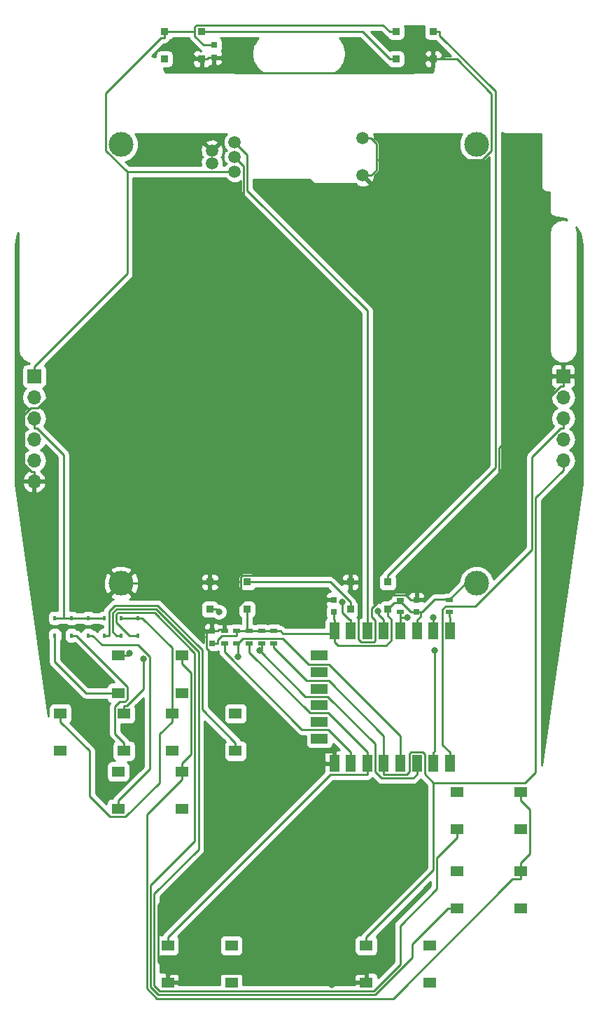
<source format=gtl>
G04 #@! TF.GenerationSoftware,KiCad,Pcbnew,(2017-07-14 revision d3b382c28)-master*
G04 #@! TF.CreationDate,2017-08-01T03:33:34-04:00*
G04 #@! TF.ProjectId,MAGLabs-2017-Swadges,4D41474C6162732D323031372D537761,rev?*
G04 #@! TF.SameCoordinates,Original
G04 #@! TF.FileFunction,Copper,L1,Top,Signal*
G04 #@! TF.FilePolarity,Positive*
%FSLAX46Y46*%
G04 Gerber Fmt 4.6, Leading zero omitted, Abs format (unit mm)*
G04 Created by KiCad (PCBNEW (2017-07-14 revision d3b382c28)-master) date Tue Aug  1 03:33:34 2017*
%MOMM*%
%LPD*%
G01*
G04 APERTURE LIST*
%ADD10C,1.500000*%
%ADD11R,0.900000X0.900000*%
%ADD12R,1.200000X2.000000*%
%ADD13R,2.000000X1.200000*%
%ADD14O,1.700000X1.700000*%
%ADD15R,1.700000X1.700000*%
%ADD16R,1.550000X1.300000*%
%ADD17R,0.900000X0.500000*%
%ADD18R,0.750000X0.800000*%
%ADD19R,0.450000X0.600000*%
%ADD20C,3.000000*%
%ADD21C,0.800000*%
%ADD22C,0.250000*%
%ADD23C,0.254000*%
G04 APERTURE END LIST*
D10*
X125500000Y-50750000D03*
X125500000Y-52250000D03*
X143750000Y-53750000D03*
X143750000Y-49250000D03*
X128250000Y-49750000D03*
X128250000Y-51500000D03*
X128250000Y-53250000D03*
D11*
X129750000Y-106150000D03*
X125250000Y-106150000D03*
X129750000Y-102850000D03*
X125250000Y-102850000D03*
D12*
X154300000Y-124750000D03*
X152300000Y-124750000D03*
X150300000Y-124750000D03*
X148300000Y-124750000D03*
X146300000Y-124750000D03*
X144300000Y-124750000D03*
X142300000Y-124750000D03*
X140300000Y-124750000D03*
X154300000Y-108750000D03*
X152300000Y-108750000D03*
X150300000Y-108750000D03*
X148300000Y-108750000D03*
X146300000Y-108750000D03*
X144300000Y-108750000D03*
X142300000Y-108750000D03*
X140300000Y-108750000D03*
D13*
X138500000Y-111750000D03*
X138500000Y-113750000D03*
X138500000Y-115750000D03*
X138500000Y-121750000D03*
X138500000Y-119750000D03*
X138500000Y-117750000D03*
D14*
X104000000Y-90700000D03*
X104000000Y-88160000D03*
X104000000Y-85620000D03*
X104000000Y-83080000D03*
X104000000Y-80540000D03*
D15*
X104000000Y-78000000D03*
D16*
X155150000Y-137750000D03*
X162850000Y-137750000D03*
X162850000Y-142250000D03*
X155150000Y-142250000D03*
X155150000Y-128250000D03*
X162850000Y-128250000D03*
X162850000Y-132750000D03*
X155150000Y-132750000D03*
X144150000Y-146750000D03*
X151850000Y-146750000D03*
X151850000Y-151250000D03*
X144150000Y-151250000D03*
X120150000Y-146750000D03*
X127850000Y-146750000D03*
X127850000Y-151250000D03*
X120150000Y-151250000D03*
X120650000Y-118750000D03*
X128350000Y-118750000D03*
X128350000Y-123250000D03*
X120650000Y-123250000D03*
X114150000Y-125750000D03*
X121850000Y-125750000D03*
X121850000Y-130250000D03*
X114150000Y-130250000D03*
X107150000Y-118750000D03*
X114850000Y-118750000D03*
X114850000Y-123250000D03*
X107150000Y-123250000D03*
X114150000Y-111750000D03*
X121850000Y-111750000D03*
X121850000Y-116250000D03*
X114150000Y-116250000D03*
D17*
X131500000Y-108750000D03*
X131500000Y-110250000D03*
X127000000Y-110250000D03*
X127000000Y-108750000D03*
X128500000Y-110250000D03*
X128500000Y-108750000D03*
D18*
X140250000Y-106500000D03*
X140250000Y-105000000D03*
X125500000Y-108750000D03*
X125500000Y-110250000D03*
X125750000Y-38000000D03*
X125750000Y-39500000D03*
X150250000Y-105000000D03*
X150250000Y-106500000D03*
D19*
X106500000Y-109300000D03*
X106500000Y-107200000D03*
X108500000Y-109300000D03*
X108500000Y-107200000D03*
X110500000Y-109300000D03*
X110500000Y-107200000D03*
D11*
X142250000Y-102850000D03*
X146750000Y-102850000D03*
X142250000Y-106150000D03*
X146750000Y-106150000D03*
X147750000Y-36350000D03*
X152250000Y-36350000D03*
X147750000Y-39650000D03*
X152250000Y-39650000D03*
X124250000Y-39650000D03*
X119750000Y-39650000D03*
X124250000Y-36350000D03*
X119750000Y-36350000D03*
D19*
X112500000Y-109300000D03*
X112500000Y-107200000D03*
X114500000Y-107200000D03*
X114500000Y-109300000D03*
X116500000Y-107200000D03*
X116500000Y-109300000D03*
D14*
X168000000Y-88160000D03*
X168000000Y-85620000D03*
X168000000Y-83080000D03*
X168000000Y-80540000D03*
D15*
X168000000Y-78000000D03*
D17*
X154250000Y-106500000D03*
X154250000Y-105000000D03*
X130000000Y-110250000D03*
X130000000Y-108750000D03*
X133000000Y-108750000D03*
X133000000Y-110250000D03*
D20*
X157500000Y-50000000D03*
X157500000Y-103000000D03*
X114500000Y-50000000D03*
X114500000Y-103000000D03*
D17*
X148250000Y-106500000D03*
X148250000Y-105000000D03*
D21*
X140000000Y-151500000D03*
X127500000Y-104500000D03*
X122000000Y-38000000D03*
X150000000Y-38000000D03*
X149168500Y-107136900D03*
X152426900Y-111098700D03*
X126324100Y-106452800D03*
X141222300Y-105314300D03*
X145571700Y-106351100D03*
X152238800Y-107115800D03*
X131237700Y-111098100D03*
X115531500Y-111464800D03*
X128674100Y-111921500D03*
X117205400Y-112133300D03*
D22*
X140250000Y-107378700D02*
X140300000Y-107428700D01*
X140250000Y-106500000D02*
X140250000Y-107378700D01*
X125750000Y-38000000D02*
X125053700Y-38000000D01*
X147750000Y-36350000D02*
X146978700Y-36350000D01*
X126740500Y-109321300D02*
X128500000Y-109321300D01*
X126196300Y-109865500D02*
X126740500Y-109321300D01*
X126196300Y-110250000D02*
X126196300Y-109865500D01*
X125500000Y-110250000D02*
X126196300Y-110250000D01*
X128500000Y-108750000D02*
X128500000Y-109321300D01*
X129750000Y-106150000D02*
X129750000Y-106921300D01*
X129750000Y-108750000D02*
X129750000Y-106921300D01*
X129750000Y-108750000D02*
X128500000Y-108750000D01*
X140300000Y-108699000D02*
X140300000Y-107428700D01*
X140300000Y-108699000D02*
X140300000Y-108750000D01*
X146750000Y-106150000D02*
X146750000Y-106921300D01*
X148250000Y-105000000D02*
X148250000Y-105368500D01*
X150250000Y-106500000D02*
X149553700Y-106500000D01*
X148422200Y-105368500D02*
X148250000Y-105368500D01*
X149553700Y-106500000D02*
X148422200Y-105368500D01*
X147531500Y-105368500D02*
X146750000Y-106150000D01*
X148250000Y-105368500D02*
X147531500Y-105368500D01*
X123438600Y-36937300D02*
X123438600Y-36350000D01*
X124501300Y-38000000D02*
X123438600Y-36937300D01*
X125053700Y-38000000D02*
X124501300Y-38000000D01*
X146207400Y-35578700D02*
X146978700Y-36350000D01*
X123631400Y-35578700D02*
X146207400Y-35578700D01*
X123438600Y-35771500D02*
X123631400Y-35578700D01*
X123438600Y-36350000D02*
X123438600Y-35771500D01*
X123438600Y-36350000D02*
X119750000Y-36350000D01*
X119750000Y-36350000D02*
X119750000Y-37121300D01*
X115230100Y-65598600D02*
X104000000Y-76828700D01*
X115230100Y-53326100D02*
X115230100Y-65598600D01*
X112638800Y-50734800D02*
X115230100Y-53326100D01*
X112638800Y-43846900D02*
X112638800Y-50734800D01*
X119364400Y-37121300D02*
X112638800Y-43846900D01*
X119750000Y-37121300D02*
X119364400Y-37121300D01*
X128173900Y-53326100D02*
X128250000Y-53250000D01*
X115230100Y-53326100D02*
X128173900Y-53326100D01*
X104000000Y-78000000D02*
X104000000Y-76828700D01*
X131500000Y-108750000D02*
X133000000Y-108750000D01*
X140300000Y-108750000D02*
X140300000Y-109048300D01*
X140300000Y-109048300D02*
X140300000Y-110071300D01*
X134069600Y-109048300D02*
X133771300Y-108750000D01*
X140300000Y-109048300D02*
X134069600Y-109048300D01*
X133000000Y-108750000D02*
X133771300Y-108750000D01*
X129750000Y-108750000D02*
X130000000Y-108750000D01*
X130000000Y-108750000D02*
X131500000Y-108750000D01*
X147221400Y-107392700D02*
X146750000Y-106921300D01*
X147221400Y-109889100D02*
X147221400Y-107392700D01*
X146592900Y-110517600D02*
X147221400Y-109889100D01*
X140746300Y-110517600D02*
X146592900Y-110517600D01*
X140300000Y-110071300D02*
X140746300Y-110517600D01*
X154250000Y-105000000D02*
X154250000Y-104968400D01*
X152477900Y-104968400D02*
X150946300Y-106500000D01*
X154250000Y-104968400D02*
X152477900Y-104968400D01*
X150250000Y-106500000D02*
X150714300Y-106500000D01*
X150714300Y-106500000D02*
X150946300Y-106500000D01*
X150714300Y-107014400D02*
X150300000Y-107428700D01*
X150714300Y-106500000D02*
X150714300Y-107014400D01*
X150300000Y-108750000D02*
X150300000Y-107428700D01*
X156218400Y-103000000D02*
X154250000Y-104968400D01*
X157500000Y-103000000D02*
X156218400Y-103000000D01*
X144150000Y-151250000D02*
X140250000Y-151250000D01*
X140250000Y-151250000D02*
X140000000Y-151500000D01*
X125250000Y-102850000D02*
X125850000Y-102850000D01*
X125850000Y-102850000D02*
X127500000Y-104500000D01*
X124250000Y-39650000D02*
X123650000Y-39650000D01*
X123650000Y-39650000D02*
X122000000Y-38000000D01*
X152250000Y-39650000D02*
X151650000Y-39650000D01*
X151650000Y-39650000D02*
X150000000Y-38000000D01*
X125021300Y-39532400D02*
X125053700Y-39500000D01*
X125021300Y-39650000D02*
X125021300Y-39532400D01*
X124250000Y-39650000D02*
X125021300Y-39650000D01*
X125401900Y-39500000D02*
X125053700Y-39500000D01*
X125401900Y-39500000D02*
X125750000Y-39500000D01*
X120150000Y-151250000D02*
X120150000Y-150390300D01*
X144150000Y-151250000D02*
X144150000Y-150278700D01*
X129321400Y-52571400D02*
X128250000Y-51500000D01*
X129321400Y-56964000D02*
X129321400Y-52571400D01*
X104475400Y-81810000D02*
X129321400Y-56964000D01*
X103601700Y-81810000D02*
X104475400Y-81810000D01*
X102782500Y-82629200D02*
X103601700Y-81810000D01*
X102782500Y-88604000D02*
X102782500Y-82629200D01*
X103707200Y-89528700D02*
X102782500Y-88604000D01*
X104000000Y-89528700D02*
X103707200Y-89528700D01*
X104000000Y-90700000D02*
X104000000Y-89528700D01*
X145388000Y-49869700D02*
X145388000Y-51840400D01*
X144768300Y-49250000D02*
X145388000Y-49869700D01*
X143750000Y-49250000D02*
X144768300Y-49250000D01*
X144762600Y-53750000D02*
X143750000Y-53750000D01*
X145388000Y-53124600D02*
X144762600Y-53750000D01*
X145388000Y-51840400D02*
X145388000Y-53124600D01*
X140300000Y-124750000D02*
X140300000Y-123428700D01*
X137393500Y-123428700D02*
X140300000Y-123428700D01*
X143994200Y-150122900D02*
X120417400Y-150122900D01*
X144150000Y-150278700D02*
X143994200Y-150122900D01*
X120150000Y-150390300D02*
X120417400Y-150122900D01*
X119002000Y-141820200D02*
X137393500Y-123428700D01*
X119002000Y-148707500D02*
X119002000Y-141820200D01*
X120417400Y-150122900D02*
X119002000Y-148707500D01*
X141864400Y-102850000D02*
X141478700Y-102850000D01*
X141864400Y-102850000D02*
X142250000Y-102850000D01*
X142250000Y-102850000D02*
X142250000Y-103621300D01*
X150250000Y-105000000D02*
X149553700Y-105000000D01*
X124803700Y-110838900D02*
X137393500Y-123428700D01*
X124803700Y-108750000D02*
X124803700Y-110838900D01*
X125500000Y-108750000D02*
X124803700Y-108750000D01*
X168000000Y-78000000D02*
X168000000Y-79171300D01*
X167707200Y-79171300D02*
X168000000Y-79171300D01*
X160228300Y-86650200D02*
X167707200Y-79171300D01*
X160228300Y-93169800D02*
X160228300Y-86650200D01*
X148975900Y-104422200D02*
X160228300Y-93169800D01*
X146453800Y-104422200D02*
X148975900Y-104422200D01*
X144808400Y-106067600D02*
X146453800Y-104422200D01*
X144808400Y-107062700D02*
X144808400Y-106067600D01*
X145242100Y-107496400D02*
X144808400Y-107062700D01*
X145242100Y-109906800D02*
X145242100Y-107496400D01*
X145077600Y-110071300D02*
X145242100Y-109906800D01*
X143542100Y-110071300D02*
X145077600Y-110071300D01*
X143221400Y-109750600D02*
X143542100Y-110071300D01*
X143221400Y-104592700D02*
X143221400Y-109750600D01*
X142250000Y-103621300D02*
X143221400Y-104592700D01*
X148975900Y-104422200D02*
X149553700Y-105000000D01*
X127000000Y-108750000D02*
X127000000Y-108604400D01*
X125500000Y-108750000D02*
X126196300Y-108750000D01*
X155110500Y-39650000D02*
X152250000Y-39650000D01*
X159335500Y-43875000D02*
X155110500Y-39650000D01*
X159335500Y-50743200D02*
X159335500Y-43875000D01*
X158238300Y-51840400D02*
X159335500Y-50743200D01*
X145388000Y-51840400D02*
X158238300Y-51840400D01*
X128290500Y-41344200D02*
X126446300Y-39500000D01*
X149784500Y-41344200D02*
X128290500Y-41344200D01*
X151478700Y-39650000D02*
X149784500Y-41344200D01*
X152250000Y-39650000D02*
X151478700Y-39650000D01*
X125750000Y-39500000D02*
X126446300Y-39500000D01*
X124328700Y-103000000D02*
X124478700Y-102850000D01*
X114500000Y-103000000D02*
X124328700Y-103000000D01*
X125250000Y-102850000D02*
X124478700Y-102850000D01*
X128978700Y-102266900D02*
X128978700Y-102850000D01*
X129166900Y-102078700D02*
X128978700Y-102266900D01*
X140707400Y-102078700D02*
X129166900Y-102078700D01*
X141478700Y-102850000D02*
X140707400Y-102078700D01*
X128978700Y-102850000D02*
X125250000Y-102850000D01*
X126341900Y-108604400D02*
X126196300Y-108750000D01*
X127000000Y-108604400D02*
X126341900Y-108604400D01*
X128978700Y-103762900D02*
X129844900Y-104629100D01*
X128978700Y-102850000D02*
X128978700Y-103762900D01*
X139182800Y-104629100D02*
X139553700Y-105000000D01*
X129844900Y-104629100D02*
X139182800Y-104629100D01*
X127000000Y-107474000D02*
X129844900Y-104629100D01*
X127000000Y-108604400D02*
X127000000Y-107474000D01*
X140250000Y-105000000D02*
X139553700Y-105000000D01*
X110250000Y-116250000D02*
X114150000Y-116250000D01*
X106500000Y-112500000D02*
X110250000Y-116250000D01*
X106500000Y-109300000D02*
X106500000Y-112500000D01*
X108500000Y-107200000D02*
X110500000Y-107200000D01*
X110500000Y-107200000D02*
X112500000Y-107200000D01*
X106500000Y-107200000D02*
X107574100Y-107200000D01*
X107574100Y-107200000D02*
X108500000Y-107200000D01*
X104364000Y-84251300D02*
X104000000Y-84251300D01*
X107574100Y-87461400D02*
X104364000Y-84251300D01*
X107574100Y-107200000D02*
X107574100Y-87461400D01*
X104000000Y-83080000D02*
X104000000Y-84251300D01*
X148300000Y-108750000D02*
X148300000Y-107428700D01*
X148250000Y-106500000D02*
X148250000Y-107071300D01*
X148300000Y-107136900D02*
X149168500Y-107136900D01*
X148300000Y-107121300D02*
X148300000Y-107136900D01*
X148250000Y-107071300D02*
X148300000Y-107121300D01*
X148300000Y-107136900D02*
X148300000Y-107428700D01*
X117980000Y-125448700D02*
X114150000Y-129278700D01*
X117980000Y-111882500D02*
X117980000Y-125448700D01*
X116557300Y-110459800D02*
X117980000Y-111882500D01*
X112206100Y-110459800D02*
X116557300Y-110459800D01*
X111046300Y-109300000D02*
X112206100Y-110459800D01*
X110500000Y-109300000D02*
X111046300Y-109300000D01*
X114150000Y-130250000D02*
X114150000Y-129278700D01*
X152426900Y-123301800D02*
X152300000Y-123428700D01*
X152426900Y-111098700D02*
X152426900Y-123301800D01*
X152300000Y-124750000D02*
X152300000Y-123428700D01*
X125250000Y-106150000D02*
X126021300Y-106150000D01*
X126324100Y-106452800D02*
X126021300Y-106150000D01*
X139792200Y-102850000D02*
X129750000Y-102850000D01*
X142250000Y-105307800D02*
X139792200Y-102850000D01*
X142250000Y-106150000D02*
X142250000Y-105307800D01*
X153021300Y-36832500D02*
X153021300Y-36350000D01*
X159781900Y-43593100D02*
X153021300Y-36832500D01*
X159781900Y-89046800D02*
X159781900Y-43593100D01*
X146750000Y-102078700D02*
X159781900Y-89046800D01*
X152250000Y-36350000D02*
X153021300Y-36350000D01*
X146750000Y-102850000D02*
X146750000Y-102078700D01*
X143678700Y-36350000D02*
X146978700Y-39650000D01*
X125021300Y-36350000D02*
X143678700Y-36350000D01*
X124250000Y-36350000D02*
X125021300Y-36350000D01*
X147750000Y-39650000D02*
X146978700Y-39650000D01*
X114500000Y-107200000D02*
X116500000Y-107200000D01*
X116500000Y-107200000D02*
X117046300Y-107200000D01*
X120650000Y-110803700D02*
X117046300Y-107200000D01*
X120650000Y-117778700D02*
X120650000Y-110803700D01*
X120650000Y-118264300D02*
X120650000Y-117778700D01*
X120650000Y-118264300D02*
X120650000Y-118750000D01*
X110678600Y-123249900D02*
X107150000Y-119721300D01*
X110678600Y-128727100D02*
X110678600Y-123249900D01*
X113172900Y-131221400D02*
X110678600Y-128727100D01*
X115058500Y-131221400D02*
X113172900Y-131221400D01*
X119147900Y-127132000D02*
X115058500Y-131221400D01*
X119147900Y-121223400D02*
X119147900Y-127132000D01*
X120650000Y-119721300D02*
X119147900Y-121223400D01*
X120650000Y-118750000D02*
X120650000Y-119721300D01*
X107150000Y-118750000D02*
X107150000Y-119721300D01*
X114500000Y-109300000D02*
X113953700Y-109300000D01*
X155150000Y-132750000D02*
X155150000Y-133721300D01*
X113507400Y-108853700D02*
X113953700Y-109300000D01*
X113507400Y-106559600D02*
X113507400Y-108853700D01*
X113959700Y-106107300D02*
X113507400Y-106559600D01*
X118726700Y-106107300D02*
X113959700Y-106107300D01*
X123864900Y-111245500D02*
X118726700Y-106107300D01*
X123864900Y-135151200D02*
X123864900Y-111245500D01*
X118527400Y-140488700D02*
X123864900Y-135151200D01*
X118527400Y-151572300D02*
X118527400Y-140488700D01*
X119192400Y-152237300D02*
X118527400Y-151572300D01*
X145043300Y-152237300D02*
X119192400Y-152237300D01*
X148257500Y-149023100D02*
X145043300Y-152237300D01*
X148257500Y-144354800D02*
X148257500Y-149023100D01*
X152730200Y-139882100D02*
X148257500Y-144354800D01*
X152730200Y-136141100D02*
X152730200Y-139882100D01*
X155150000Y-133721300D02*
X152730200Y-136141100D01*
X149728800Y-146574900D02*
X154053700Y-142250000D01*
X149728800Y-148200400D02*
X149728800Y-146574900D01*
X145201600Y-152727600D02*
X149728800Y-148200400D01*
X119018300Y-152727600D02*
X145201600Y-152727600D01*
X118074600Y-151783900D02*
X119018300Y-152727600D01*
X118074600Y-139459300D02*
X118074600Y-151783900D01*
X123418600Y-134115300D02*
X118074600Y-139459300D01*
X123418600Y-111430400D02*
X123418600Y-134115300D01*
X118541800Y-106553600D02*
X123418600Y-111430400D01*
X114144600Y-106553600D02*
X118541800Y-106553600D01*
X113953700Y-106744500D02*
X114144600Y-106553600D01*
X113953700Y-107702300D02*
X113953700Y-106744500D01*
X115551400Y-109300000D02*
X113953700Y-107702300D01*
X116500000Y-109300000D02*
X115551400Y-109300000D01*
X155150000Y-142250000D02*
X154053700Y-142250000D01*
X142069700Y-107428700D02*
X142300000Y-107428700D01*
X141222300Y-106581300D02*
X142069700Y-107428700D01*
X141222300Y-105314300D02*
X141222300Y-106581300D01*
X142300000Y-108750000D02*
X142300000Y-107428700D01*
X146300000Y-108750000D02*
X146300000Y-107428700D01*
X145571700Y-106700400D02*
X145571700Y-106351100D01*
X146300000Y-107428700D02*
X145571700Y-106700400D01*
X152300000Y-108750000D02*
X152300000Y-107428700D01*
X152238800Y-107367500D02*
X152238800Y-107115800D01*
X152300000Y-107428700D02*
X152238800Y-107367500D01*
X133000000Y-110250000D02*
X133000000Y-110821300D01*
X146299900Y-123428700D02*
X146300000Y-123428700D01*
X146299900Y-121428600D02*
X146299900Y-123428700D01*
X139621300Y-114750000D02*
X146299900Y-121428600D01*
X136928700Y-114750000D02*
X139621300Y-114750000D01*
X133000000Y-110821300D02*
X136928700Y-114750000D01*
X146300000Y-124750000D02*
X146300000Y-123428700D01*
X168000000Y-88160000D02*
X168000000Y-89331300D01*
X146300000Y-124750000D02*
X146300000Y-126071300D01*
X144150000Y-146750000D02*
X144150000Y-145778700D01*
X163374100Y-127104200D02*
X152283800Y-127104200D01*
X164668600Y-125809700D02*
X163374100Y-127104200D01*
X164668600Y-92662700D02*
X164668600Y-125809700D01*
X168000000Y-89331300D02*
X164668600Y-92662700D01*
X151221300Y-126041700D02*
X152283800Y-127104200D01*
X151221300Y-123616900D02*
X151221300Y-126041700D01*
X151033100Y-123428700D02*
X151221300Y-123616900D01*
X149566900Y-123428700D02*
X151033100Y-123428700D01*
X149378700Y-123616900D02*
X149566900Y-123428700D01*
X149378700Y-125771400D02*
X149378700Y-123616900D01*
X149078800Y-126071300D02*
X149378700Y-125771400D01*
X146300000Y-126071300D02*
X149078800Y-126071300D01*
X152283800Y-137644900D02*
X144150000Y-145778700D01*
X152283800Y-127104200D02*
X152283800Y-137644900D01*
X153378700Y-122507400D02*
X154300000Y-123428700D01*
X153378700Y-106123700D02*
X153378700Y-122507400D01*
X153752400Y-105750000D02*
X153378700Y-106123700D01*
X157365700Y-105750000D02*
X153752400Y-105750000D01*
X164222200Y-98893500D02*
X157365700Y-105750000D01*
X164222200Y-87736300D02*
X164222200Y-98893500D01*
X167707200Y-84251300D02*
X164222200Y-87736300D01*
X168000000Y-84251300D02*
X167707200Y-84251300D01*
X168000000Y-83080000D02*
X168000000Y-84251300D01*
X154300000Y-124750000D02*
X154300000Y-123428700D01*
X154300000Y-107121300D02*
X154300000Y-108750000D01*
X154250000Y-107071300D02*
X154300000Y-107121300D01*
X154250000Y-106500000D02*
X154250000Y-107071300D01*
X129778700Y-51278700D02*
X128250000Y-49750000D01*
X129778700Y-55539800D02*
X129778700Y-51278700D01*
X144300000Y-70061100D02*
X129778700Y-55539800D01*
X144300000Y-108750000D02*
X144300000Y-70061100D01*
X114150000Y-111750000D02*
X115246300Y-111750000D01*
X131500000Y-110250000D02*
X131500000Y-110821300D01*
X131237700Y-111083600D02*
X131237700Y-111098100D01*
X131500000Y-110821300D02*
X131237700Y-111083600D01*
X149807400Y-126563900D02*
X150300000Y-126071300D01*
X146043200Y-126563900D02*
X149807400Y-126563900D01*
X145221400Y-125742100D02*
X146043200Y-126563900D01*
X145221400Y-122368600D02*
X145221400Y-125742100D01*
X139524200Y-116671400D02*
X145221400Y-122368600D01*
X136811000Y-116671400D02*
X139524200Y-116671400D01*
X131237700Y-111098100D02*
X136811000Y-116671400D01*
X150300000Y-124750000D02*
X150300000Y-126071300D01*
X115531500Y-111464800D02*
X115246300Y-111750000D01*
X114850000Y-118750000D02*
X114850000Y-117778700D01*
X115214200Y-117778700D02*
X114850000Y-117778700D01*
X117205400Y-115787500D02*
X115214200Y-117778700D01*
X117205400Y-112133300D02*
X117205400Y-115787500D01*
X128674100Y-110250000D02*
X128500000Y-110250000D01*
X129245600Y-109678500D02*
X128674100Y-110250000D01*
X134068500Y-109678500D02*
X129245600Y-109678500D01*
X137218600Y-112828600D02*
X134068500Y-109678500D01*
X139690000Y-112828600D02*
X137218600Y-112828600D01*
X148300000Y-121438600D02*
X139690000Y-112828600D01*
X148300000Y-124750000D02*
X148300000Y-121438600D01*
X128674100Y-110250000D02*
X128674100Y-111921500D01*
X139857400Y-126071300D02*
X120150000Y-145778700D01*
X144300000Y-126071300D02*
X139857400Y-126071300D01*
X144300000Y-124750000D02*
X144300000Y-126071300D01*
X120150000Y-146750000D02*
X120150000Y-145778700D01*
X139542700Y-118671400D02*
X144300000Y-123428700D01*
X137333500Y-118671400D02*
X139542700Y-118671400D01*
X130000000Y-111337900D02*
X137333500Y-118671400D01*
X130000000Y-110250000D02*
X130000000Y-111337900D01*
X144300000Y-124750000D02*
X144300000Y-123428700D01*
X113753600Y-121182300D02*
X114850000Y-122278700D01*
X113753600Y-117909700D02*
X113753600Y-121182300D01*
X114330900Y-117332400D02*
X113753600Y-117909700D01*
X114951600Y-117332400D02*
X114330900Y-117332400D01*
X115276700Y-117007300D02*
X114951600Y-117332400D01*
X115276700Y-115496600D02*
X115276700Y-117007300D01*
X109080100Y-109300000D02*
X115276700Y-115496600D01*
X108500000Y-109300000D02*
X109080100Y-109300000D01*
X114850000Y-123250000D02*
X114850000Y-122278700D01*
X112500000Y-109300000D02*
X113046300Y-109300000D01*
X128350000Y-123250000D02*
X128350000Y-122278700D01*
X113046300Y-106389500D02*
X113046300Y-109300000D01*
X113774800Y-105661000D02*
X113046300Y-106389500D01*
X118911600Y-105661000D02*
X113774800Y-105661000D01*
X124311200Y-111060600D02*
X118911600Y-105661000D01*
X124311200Y-118239900D02*
X124311200Y-111060600D01*
X128350000Y-122278700D02*
X124311200Y-118239900D01*
X162850000Y-138235600D02*
X162850000Y-138721300D01*
X162850000Y-138235600D02*
X162850000Y-137750000D01*
X163946400Y-130317700D02*
X162850000Y-129221300D01*
X163946400Y-135682300D02*
X163946400Y-130317700D01*
X162850000Y-136778700D02*
X163946400Y-135682300D01*
X162850000Y-137750000D02*
X162850000Y-136778700D01*
X162850000Y-128250000D02*
X162850000Y-129221300D01*
X121850000Y-125750000D02*
X121850000Y-126721300D01*
X122946400Y-123682300D02*
X121850000Y-124778700D01*
X122946400Y-113817700D02*
X122946400Y-123682300D01*
X121850000Y-112721300D02*
X122946400Y-113817700D01*
X121850000Y-111750000D02*
X121850000Y-112721300D01*
X121850000Y-125750000D02*
X121850000Y-124778700D01*
X161878700Y-138721300D02*
X162850000Y-138721300D01*
X147426100Y-153173900D02*
X161878700Y-138721300D01*
X118833400Y-153173900D02*
X147426100Y-153173900D01*
X117628300Y-151968800D02*
X118833400Y-153173900D01*
X117628300Y-130943000D02*
X117628300Y-151968800D01*
X121850000Y-126721300D02*
X117628300Y-130943000D01*
X142300000Y-124750000D02*
X142300000Y-123428700D01*
X139545500Y-120674200D02*
X142300000Y-123428700D01*
X136378300Y-120674200D02*
X139545500Y-120674200D01*
X127000000Y-111295900D02*
X136378300Y-120674200D01*
X127000000Y-110250000D02*
X127000000Y-111295900D01*
D23*
G36*
X145505799Y-127101301D02*
X145752361Y-127266048D01*
X146043200Y-127323900D01*
X149807400Y-127323900D01*
X150098239Y-127266048D01*
X150344801Y-127101301D01*
X150775450Y-126670652D01*
X151523800Y-127419002D01*
X151523800Y-137330098D01*
X143612599Y-145241299D01*
X143471439Y-145452560D01*
X143375000Y-145452560D01*
X143127235Y-145501843D01*
X142917191Y-145642191D01*
X142776843Y-145852235D01*
X142727560Y-146100000D01*
X142727560Y-147400000D01*
X142776843Y-147647765D01*
X142917191Y-147857809D01*
X143127235Y-147998157D01*
X143375000Y-148047440D01*
X144925000Y-148047440D01*
X145172765Y-147998157D01*
X145382809Y-147857809D01*
X145523157Y-147647765D01*
X145572440Y-147400000D01*
X145572440Y-146100000D01*
X145523157Y-145852235D01*
X145382809Y-145642191D01*
X145369922Y-145633580D01*
X151970200Y-139033302D01*
X151970200Y-139567298D01*
X147720099Y-143817399D01*
X147555352Y-144063961D01*
X147497500Y-144354800D01*
X147497500Y-148708298D01*
X145560000Y-150645798D01*
X145560000Y-150473690D01*
X145463327Y-150240301D01*
X145284698Y-150061673D01*
X145051309Y-149965000D01*
X144435750Y-149965000D01*
X144277000Y-150123750D01*
X144277000Y-151123000D01*
X144297000Y-151123000D01*
X144297000Y-151377000D01*
X144277000Y-151377000D01*
X144277000Y-151397000D01*
X144023000Y-151397000D01*
X144023000Y-151377000D01*
X142898750Y-151377000D01*
X142798450Y-151477300D01*
X129272440Y-151477300D01*
X129272440Y-150600000D01*
X129247316Y-150473690D01*
X142740000Y-150473690D01*
X142740000Y-150964250D01*
X142898750Y-151123000D01*
X144023000Y-151123000D01*
X144023000Y-150123750D01*
X143864250Y-149965000D01*
X143248691Y-149965000D01*
X143015302Y-150061673D01*
X142836673Y-150240301D01*
X142740000Y-150473690D01*
X129247316Y-150473690D01*
X129223157Y-150352235D01*
X129082809Y-150142191D01*
X128872765Y-150001843D01*
X128625000Y-149952560D01*
X127075000Y-149952560D01*
X126827235Y-150001843D01*
X126617191Y-150142191D01*
X126476843Y-150352235D01*
X126427560Y-150600000D01*
X126427560Y-151477300D01*
X121501550Y-151477300D01*
X121401250Y-151377000D01*
X120277000Y-151377000D01*
X120277000Y-151397000D01*
X120023000Y-151397000D01*
X120023000Y-151377000D01*
X120003000Y-151377000D01*
X120003000Y-151123000D01*
X120023000Y-151123000D01*
X120023000Y-150123750D01*
X120277000Y-150123750D01*
X120277000Y-151123000D01*
X121401250Y-151123000D01*
X121560000Y-150964250D01*
X121560000Y-150473690D01*
X121463327Y-150240301D01*
X121284698Y-150061673D01*
X121051309Y-149965000D01*
X120435750Y-149965000D01*
X120277000Y-150123750D01*
X120023000Y-150123750D01*
X119864250Y-149965000D01*
X119287400Y-149965000D01*
X119287400Y-148030015D01*
X119375000Y-148047440D01*
X120925000Y-148047440D01*
X121172765Y-147998157D01*
X121382809Y-147857809D01*
X121523157Y-147647765D01*
X121572440Y-147400000D01*
X121572440Y-146100000D01*
X126427560Y-146100000D01*
X126427560Y-147400000D01*
X126476843Y-147647765D01*
X126617191Y-147857809D01*
X126827235Y-147998157D01*
X127075000Y-148047440D01*
X128625000Y-148047440D01*
X128872765Y-147998157D01*
X129082809Y-147857809D01*
X129223157Y-147647765D01*
X129272440Y-147400000D01*
X129272440Y-146100000D01*
X129223157Y-145852235D01*
X129082809Y-145642191D01*
X128872765Y-145501843D01*
X128625000Y-145452560D01*
X127075000Y-145452560D01*
X126827235Y-145501843D01*
X126617191Y-145642191D01*
X126476843Y-145852235D01*
X126427560Y-146100000D01*
X121572440Y-146100000D01*
X121523157Y-145852235D01*
X121382809Y-145642191D01*
X121369922Y-145633580D01*
X140172202Y-126831300D01*
X144300000Y-126831300D01*
X144590839Y-126773448D01*
X144837401Y-126608701D01*
X144907816Y-126503318D01*
X145505799Y-127101301D01*
X145505799Y-127101301D01*
G37*
X145505799Y-127101301D02*
X145752361Y-127266048D01*
X146043200Y-127323900D01*
X149807400Y-127323900D01*
X150098239Y-127266048D01*
X150344801Y-127101301D01*
X150775450Y-126670652D01*
X151523800Y-127419002D01*
X151523800Y-137330098D01*
X143612599Y-145241299D01*
X143471439Y-145452560D01*
X143375000Y-145452560D01*
X143127235Y-145501843D01*
X142917191Y-145642191D01*
X142776843Y-145852235D01*
X142727560Y-146100000D01*
X142727560Y-147400000D01*
X142776843Y-147647765D01*
X142917191Y-147857809D01*
X143127235Y-147998157D01*
X143375000Y-148047440D01*
X144925000Y-148047440D01*
X145172765Y-147998157D01*
X145382809Y-147857809D01*
X145523157Y-147647765D01*
X145572440Y-147400000D01*
X145572440Y-146100000D01*
X145523157Y-145852235D01*
X145382809Y-145642191D01*
X145369922Y-145633580D01*
X151970200Y-139033302D01*
X151970200Y-139567298D01*
X147720099Y-143817399D01*
X147555352Y-144063961D01*
X147497500Y-144354800D01*
X147497500Y-148708298D01*
X145560000Y-150645798D01*
X145560000Y-150473690D01*
X145463327Y-150240301D01*
X145284698Y-150061673D01*
X145051309Y-149965000D01*
X144435750Y-149965000D01*
X144277000Y-150123750D01*
X144277000Y-151123000D01*
X144297000Y-151123000D01*
X144297000Y-151377000D01*
X144277000Y-151377000D01*
X144277000Y-151397000D01*
X144023000Y-151397000D01*
X144023000Y-151377000D01*
X142898750Y-151377000D01*
X142798450Y-151477300D01*
X129272440Y-151477300D01*
X129272440Y-150600000D01*
X129247316Y-150473690D01*
X142740000Y-150473690D01*
X142740000Y-150964250D01*
X142898750Y-151123000D01*
X144023000Y-151123000D01*
X144023000Y-150123750D01*
X143864250Y-149965000D01*
X143248691Y-149965000D01*
X143015302Y-150061673D01*
X142836673Y-150240301D01*
X142740000Y-150473690D01*
X129247316Y-150473690D01*
X129223157Y-150352235D01*
X129082809Y-150142191D01*
X128872765Y-150001843D01*
X128625000Y-149952560D01*
X127075000Y-149952560D01*
X126827235Y-150001843D01*
X126617191Y-150142191D01*
X126476843Y-150352235D01*
X126427560Y-150600000D01*
X126427560Y-151477300D01*
X121501550Y-151477300D01*
X121401250Y-151377000D01*
X120277000Y-151377000D01*
X120277000Y-151397000D01*
X120023000Y-151397000D01*
X120023000Y-151377000D01*
X120003000Y-151377000D01*
X120003000Y-151123000D01*
X120023000Y-151123000D01*
X120023000Y-150123750D01*
X120277000Y-150123750D01*
X120277000Y-151123000D01*
X121401250Y-151123000D01*
X121560000Y-150964250D01*
X121560000Y-150473690D01*
X121463327Y-150240301D01*
X121284698Y-150061673D01*
X121051309Y-149965000D01*
X120435750Y-149965000D01*
X120277000Y-150123750D01*
X120023000Y-150123750D01*
X119864250Y-149965000D01*
X119287400Y-149965000D01*
X119287400Y-148030015D01*
X119375000Y-148047440D01*
X120925000Y-148047440D01*
X121172765Y-147998157D01*
X121382809Y-147857809D01*
X121523157Y-147647765D01*
X121572440Y-147400000D01*
X121572440Y-146100000D01*
X126427560Y-146100000D01*
X126427560Y-147400000D01*
X126476843Y-147647765D01*
X126617191Y-147857809D01*
X126827235Y-147998157D01*
X127075000Y-148047440D01*
X128625000Y-148047440D01*
X128872765Y-147998157D01*
X129082809Y-147857809D01*
X129223157Y-147647765D01*
X129272440Y-147400000D01*
X129272440Y-146100000D01*
X129223157Y-145852235D01*
X129082809Y-145642191D01*
X128872765Y-145501843D01*
X128625000Y-145452560D01*
X127075000Y-145452560D01*
X126827235Y-145501843D01*
X126617191Y-145642191D01*
X126476843Y-145852235D01*
X126427560Y-146100000D01*
X121572440Y-146100000D01*
X121523157Y-145852235D01*
X121382809Y-145642191D01*
X121369922Y-145633580D01*
X140172202Y-126831300D01*
X144300000Y-126831300D01*
X144590839Y-126773448D01*
X144837401Y-126608701D01*
X144907816Y-126503318D01*
X145505799Y-127101301D01*
G36*
X126240000Y-111295900D02*
X126297852Y-111586739D01*
X126462599Y-111833301D01*
X135840899Y-121211601D01*
X136087461Y-121376348D01*
X136378300Y-121434200D01*
X136852560Y-121434200D01*
X136852560Y-122350000D01*
X136901843Y-122597765D01*
X137042191Y-122807809D01*
X137252235Y-122948157D01*
X137500000Y-122997440D01*
X139500000Y-122997440D01*
X139747765Y-122948157D01*
X139957809Y-122807809D01*
X140098157Y-122597765D01*
X140147284Y-122350786D01*
X140911498Y-123115000D01*
X140585750Y-123115000D01*
X140427000Y-123273750D01*
X140427000Y-124623000D01*
X140447000Y-124623000D01*
X140447000Y-124877000D01*
X140427000Y-124877000D01*
X140427000Y-124897000D01*
X140173000Y-124897000D01*
X140173000Y-124877000D01*
X139223750Y-124877000D01*
X139065000Y-125035750D01*
X139065000Y-125788898D01*
X119612599Y-145241299D01*
X119471439Y-145452560D01*
X119375000Y-145452560D01*
X119287400Y-145469985D01*
X119287400Y-140803502D01*
X124402301Y-135688601D01*
X124567048Y-135442039D01*
X124624900Y-135151200D01*
X124624900Y-119628402D01*
X127130078Y-122133580D01*
X127117191Y-122142191D01*
X126976843Y-122352235D01*
X126927560Y-122600000D01*
X126927560Y-123900000D01*
X126976843Y-124147765D01*
X127117191Y-124357809D01*
X127327235Y-124498157D01*
X127575000Y-124547440D01*
X129125000Y-124547440D01*
X129372765Y-124498157D01*
X129582809Y-124357809D01*
X129723157Y-124147765D01*
X129772440Y-123900000D01*
X129772440Y-123623691D01*
X139065000Y-123623691D01*
X139065000Y-124464250D01*
X139223750Y-124623000D01*
X140173000Y-124623000D01*
X140173000Y-123273750D01*
X140014250Y-123115000D01*
X139573690Y-123115000D01*
X139340301Y-123211673D01*
X139161673Y-123390302D01*
X139065000Y-123623691D01*
X129772440Y-123623691D01*
X129772440Y-122600000D01*
X129723157Y-122352235D01*
X129582809Y-122142191D01*
X129372765Y-122001843D01*
X129125000Y-121952560D01*
X129028561Y-121952560D01*
X128887401Y-121741299D01*
X125246102Y-118100000D01*
X126927560Y-118100000D01*
X126927560Y-119400000D01*
X126976843Y-119647765D01*
X127117191Y-119857809D01*
X127327235Y-119998157D01*
X127575000Y-120047440D01*
X129125000Y-120047440D01*
X129372765Y-119998157D01*
X129582809Y-119857809D01*
X129723157Y-119647765D01*
X129772440Y-119400000D01*
X129772440Y-118100000D01*
X129723157Y-117852235D01*
X129582809Y-117642191D01*
X129372765Y-117501843D01*
X129125000Y-117452560D01*
X127575000Y-117452560D01*
X127327235Y-117501843D01*
X127117191Y-117642191D01*
X126976843Y-117852235D01*
X126927560Y-118100000D01*
X125246102Y-118100000D01*
X125071200Y-117925098D01*
X125071200Y-111286739D01*
X125125000Y-111297440D01*
X125875000Y-111297440D01*
X126122765Y-111248157D01*
X126240000Y-111169822D01*
X126240000Y-111295900D01*
X126240000Y-111295900D01*
G37*
X126240000Y-111295900D02*
X126297852Y-111586739D01*
X126462599Y-111833301D01*
X135840899Y-121211601D01*
X136087461Y-121376348D01*
X136378300Y-121434200D01*
X136852560Y-121434200D01*
X136852560Y-122350000D01*
X136901843Y-122597765D01*
X137042191Y-122807809D01*
X137252235Y-122948157D01*
X137500000Y-122997440D01*
X139500000Y-122997440D01*
X139747765Y-122948157D01*
X139957809Y-122807809D01*
X140098157Y-122597765D01*
X140147284Y-122350786D01*
X140911498Y-123115000D01*
X140585750Y-123115000D01*
X140427000Y-123273750D01*
X140427000Y-124623000D01*
X140447000Y-124623000D01*
X140447000Y-124877000D01*
X140427000Y-124877000D01*
X140427000Y-124897000D01*
X140173000Y-124897000D01*
X140173000Y-124877000D01*
X139223750Y-124877000D01*
X139065000Y-125035750D01*
X139065000Y-125788898D01*
X119612599Y-145241299D01*
X119471439Y-145452560D01*
X119375000Y-145452560D01*
X119287400Y-145469985D01*
X119287400Y-140803502D01*
X124402301Y-135688601D01*
X124567048Y-135442039D01*
X124624900Y-135151200D01*
X124624900Y-119628402D01*
X127130078Y-122133580D01*
X127117191Y-122142191D01*
X126976843Y-122352235D01*
X126927560Y-122600000D01*
X126927560Y-123900000D01*
X126976843Y-124147765D01*
X127117191Y-124357809D01*
X127327235Y-124498157D01*
X127575000Y-124547440D01*
X129125000Y-124547440D01*
X129372765Y-124498157D01*
X129582809Y-124357809D01*
X129723157Y-124147765D01*
X129772440Y-123900000D01*
X129772440Y-123623691D01*
X139065000Y-123623691D01*
X139065000Y-124464250D01*
X139223750Y-124623000D01*
X140173000Y-124623000D01*
X140173000Y-123273750D01*
X140014250Y-123115000D01*
X139573690Y-123115000D01*
X139340301Y-123211673D01*
X139161673Y-123390302D01*
X139065000Y-123623691D01*
X129772440Y-123623691D01*
X129772440Y-122600000D01*
X129723157Y-122352235D01*
X129582809Y-122142191D01*
X129372765Y-122001843D01*
X129125000Y-121952560D01*
X129028561Y-121952560D01*
X128887401Y-121741299D01*
X125246102Y-118100000D01*
X126927560Y-118100000D01*
X126927560Y-119400000D01*
X126976843Y-119647765D01*
X127117191Y-119857809D01*
X127327235Y-119998157D01*
X127575000Y-120047440D01*
X129125000Y-120047440D01*
X129372765Y-119998157D01*
X129582809Y-119857809D01*
X129723157Y-119647765D01*
X129772440Y-119400000D01*
X129772440Y-118100000D01*
X129723157Y-117852235D01*
X129582809Y-117642191D01*
X129372765Y-117501843D01*
X129125000Y-117452560D01*
X127575000Y-117452560D01*
X127327235Y-117501843D01*
X127117191Y-117642191D01*
X126976843Y-117852235D01*
X126927560Y-118100000D01*
X125246102Y-118100000D01*
X125071200Y-117925098D01*
X125071200Y-111286739D01*
X125125000Y-111297440D01*
X125875000Y-111297440D01*
X126122765Y-111248157D01*
X126240000Y-111169822D01*
X126240000Y-111295900D01*
G36*
X102053642Y-60681416D02*
X102040000Y-60750000D01*
X102040000Y-74750000D01*
X102053642Y-74818584D01*
X102053642Y-74888513D01*
X102129762Y-75271196D01*
X102149395Y-75318593D01*
X102235776Y-75527138D01*
X102452549Y-75851561D01*
X102452550Y-75851562D01*
X102648438Y-76047451D01*
X102972862Y-76264223D01*
X103078877Y-76308136D01*
X103228804Y-76370238D01*
X103388614Y-76402026D01*
X103321439Y-76502560D01*
X103150000Y-76502560D01*
X102902235Y-76551843D01*
X102692191Y-76692191D01*
X102551843Y-76902235D01*
X102502560Y-77150000D01*
X102502560Y-78850000D01*
X102551843Y-79097765D01*
X102692191Y-79307809D01*
X102902235Y-79448157D01*
X102964777Y-79460597D01*
X102920853Y-79489946D01*
X102598946Y-79971715D01*
X102485907Y-80540000D01*
X102598946Y-81108285D01*
X102920853Y-81590054D01*
X103250026Y-81810000D01*
X102920853Y-82029946D01*
X102598946Y-82511715D01*
X102485907Y-83080000D01*
X102598946Y-83648285D01*
X102920853Y-84130054D01*
X103250026Y-84350000D01*
X102920853Y-84569946D01*
X102598946Y-85051715D01*
X102485907Y-85620000D01*
X102598946Y-86188285D01*
X102920853Y-86670054D01*
X103250026Y-86890000D01*
X102920853Y-87109946D01*
X102598946Y-87591715D01*
X102485907Y-88160000D01*
X102598946Y-88728285D01*
X102920853Y-89210054D01*
X103261553Y-89437702D01*
X103118642Y-89504817D01*
X102728355Y-89933076D01*
X102558524Y-90343110D01*
X102679845Y-90573000D01*
X103873000Y-90573000D01*
X103873000Y-90553000D01*
X104127000Y-90553000D01*
X104127000Y-90573000D01*
X105320155Y-90573000D01*
X105441476Y-90343110D01*
X105271645Y-89933076D01*
X104881358Y-89504817D01*
X104738447Y-89437702D01*
X105079147Y-89210054D01*
X105401054Y-88728285D01*
X105514093Y-88160000D01*
X105401054Y-87591715D01*
X105079147Y-87109946D01*
X104749974Y-86890000D01*
X105079147Y-86670054D01*
X105331011Y-86293113D01*
X106814100Y-87776202D01*
X106814100Y-106270283D01*
X106725000Y-106252560D01*
X106275000Y-106252560D01*
X106027235Y-106301843D01*
X105817191Y-106442191D01*
X105676843Y-106652235D01*
X105627560Y-106900000D01*
X105627560Y-107500000D01*
X105676843Y-107747765D01*
X105817191Y-107957809D01*
X106027235Y-108098157D01*
X106275000Y-108147440D01*
X106725000Y-108147440D01*
X106972765Y-108098157D01*
X107179530Y-107960000D01*
X107820470Y-107960000D01*
X108027235Y-108098157D01*
X108275000Y-108147440D01*
X108725000Y-108147440D01*
X108972765Y-108098157D01*
X109179530Y-107960000D01*
X109820470Y-107960000D01*
X110027235Y-108098157D01*
X110275000Y-108147440D01*
X110725000Y-108147440D01*
X110972765Y-108098157D01*
X111179530Y-107960000D01*
X111820470Y-107960000D01*
X112027235Y-108098157D01*
X112275000Y-108147440D01*
X112286300Y-108147440D01*
X112286300Y-108352560D01*
X112275000Y-108352560D01*
X112027235Y-108401843D01*
X111817191Y-108542191D01*
X111676843Y-108752235D01*
X111659670Y-108838568D01*
X111583701Y-108762599D01*
X111337139Y-108597852D01*
X111202045Y-108570980D01*
X111182809Y-108542191D01*
X110972765Y-108401843D01*
X110725000Y-108352560D01*
X110275000Y-108352560D01*
X110027235Y-108401843D01*
X109817191Y-108542191D01*
X109676843Y-108752235D01*
X109665278Y-108810376D01*
X109617501Y-108762599D01*
X109370939Y-108597852D01*
X109196864Y-108563226D01*
X109182809Y-108542191D01*
X108972765Y-108401843D01*
X108725000Y-108352560D01*
X108275000Y-108352560D01*
X108027235Y-108401843D01*
X107817191Y-108542191D01*
X107676843Y-108752235D01*
X107627560Y-109000000D01*
X107627560Y-109600000D01*
X107676843Y-109847765D01*
X107817191Y-110057809D01*
X108027235Y-110198157D01*
X108275000Y-110247440D01*
X108725000Y-110247440D01*
X108914954Y-110209656D01*
X113657858Y-114952560D01*
X113375000Y-114952560D01*
X113127235Y-115001843D01*
X112917191Y-115142191D01*
X112776843Y-115352235D01*
X112749440Y-115490000D01*
X110564802Y-115490000D01*
X107260000Y-112185198D01*
X107260000Y-109942285D01*
X107323157Y-109847765D01*
X107372440Y-109600000D01*
X107372440Y-109000000D01*
X107323157Y-108752235D01*
X107182809Y-108542191D01*
X106972765Y-108401843D01*
X106725000Y-108352560D01*
X106275000Y-108352560D01*
X106027235Y-108401843D01*
X105817191Y-108542191D01*
X105676843Y-108752235D01*
X105627560Y-109000000D01*
X105627560Y-109600000D01*
X105676843Y-109847765D01*
X105740000Y-109942285D01*
X105740000Y-112500000D01*
X105797852Y-112790839D01*
X105962599Y-113037401D01*
X109712599Y-116787401D01*
X109959161Y-116952148D01*
X110250000Y-117010000D01*
X112749440Y-117010000D01*
X112776843Y-117147765D01*
X112917191Y-117357809D01*
X113127235Y-117498157D01*
X113131532Y-117499012D01*
X113051452Y-117618861D01*
X112993600Y-117909700D01*
X112993600Y-121182300D01*
X113051452Y-121473139D01*
X113216199Y-121719701D01*
X113630078Y-122133580D01*
X113617191Y-122142191D01*
X113476843Y-122352235D01*
X113427560Y-122600000D01*
X113427560Y-123900000D01*
X113476843Y-124147765D01*
X113617191Y-124357809D01*
X113758995Y-124452560D01*
X113375000Y-124452560D01*
X113127235Y-124501843D01*
X112917191Y-124642191D01*
X112776843Y-124852235D01*
X112727560Y-125100000D01*
X112727560Y-126400000D01*
X112776843Y-126647765D01*
X112917191Y-126857809D01*
X113127235Y-126998157D01*
X113375000Y-127047440D01*
X114925000Y-127047440D01*
X115172765Y-126998157D01*
X115382809Y-126857809D01*
X115523157Y-126647765D01*
X115572440Y-126400000D01*
X115572440Y-125100000D01*
X115523157Y-124852235D01*
X115382809Y-124642191D01*
X115241005Y-124547440D01*
X115625000Y-124547440D01*
X115872765Y-124498157D01*
X116082809Y-124357809D01*
X116223157Y-124147765D01*
X116272440Y-123900000D01*
X116272440Y-122600000D01*
X116223157Y-122352235D01*
X116082809Y-122142191D01*
X115872765Y-122001843D01*
X115625000Y-121952560D01*
X115528561Y-121952560D01*
X115387401Y-121741299D01*
X114513600Y-120867498D01*
X114513600Y-120047440D01*
X115625000Y-120047440D01*
X115872765Y-119998157D01*
X116082809Y-119857809D01*
X116223157Y-119647765D01*
X116272440Y-119400000D01*
X116272440Y-118100000D01*
X116223157Y-117852235D01*
X116220077Y-117847625D01*
X117220000Y-116847702D01*
X117220000Y-125133898D01*
X113612599Y-128741299D01*
X113471439Y-128952560D01*
X113375000Y-128952560D01*
X113127235Y-129001843D01*
X112917191Y-129142191D01*
X112776843Y-129352235D01*
X112727560Y-129600000D01*
X112727560Y-129701258D01*
X111438600Y-128412298D01*
X111438600Y-123249900D01*
X111380748Y-122959061D01*
X111216001Y-122712499D01*
X108369922Y-119866420D01*
X108382809Y-119857809D01*
X108523157Y-119647765D01*
X108572440Y-119400000D01*
X108572440Y-118100000D01*
X108523157Y-117852235D01*
X108382809Y-117642191D01*
X108172765Y-117501843D01*
X107925000Y-117452560D01*
X106375000Y-117452560D01*
X106127235Y-117501843D01*
X105917191Y-117642191D01*
X105776843Y-117852235D01*
X105727560Y-118100000D01*
X105727560Y-119072463D01*
X101725336Y-91056890D01*
X102558524Y-91056890D01*
X102728355Y-91466924D01*
X103118642Y-91895183D01*
X103643108Y-92141486D01*
X103873000Y-92020819D01*
X103873000Y-90827000D01*
X104127000Y-90827000D01*
X104127000Y-92020819D01*
X104356892Y-92141486D01*
X104881358Y-91895183D01*
X105271645Y-91466924D01*
X105441476Y-91056890D01*
X105320155Y-90827000D01*
X104127000Y-90827000D01*
X103873000Y-90827000D01*
X102679845Y-90827000D01*
X102558524Y-91056890D01*
X101725336Y-91056890D01*
X101710000Y-90949543D01*
X101710000Y-62069931D01*
X101973288Y-60746293D01*
X102053642Y-60626035D01*
X102053642Y-60681416D01*
X102053642Y-60681416D01*
G37*
X102053642Y-60681416D02*
X102040000Y-60750000D01*
X102040000Y-74750000D01*
X102053642Y-74818584D01*
X102053642Y-74888513D01*
X102129762Y-75271196D01*
X102149395Y-75318593D01*
X102235776Y-75527138D01*
X102452549Y-75851561D01*
X102452550Y-75851562D01*
X102648438Y-76047451D01*
X102972862Y-76264223D01*
X103078877Y-76308136D01*
X103228804Y-76370238D01*
X103388614Y-76402026D01*
X103321439Y-76502560D01*
X103150000Y-76502560D01*
X102902235Y-76551843D01*
X102692191Y-76692191D01*
X102551843Y-76902235D01*
X102502560Y-77150000D01*
X102502560Y-78850000D01*
X102551843Y-79097765D01*
X102692191Y-79307809D01*
X102902235Y-79448157D01*
X102964777Y-79460597D01*
X102920853Y-79489946D01*
X102598946Y-79971715D01*
X102485907Y-80540000D01*
X102598946Y-81108285D01*
X102920853Y-81590054D01*
X103250026Y-81810000D01*
X102920853Y-82029946D01*
X102598946Y-82511715D01*
X102485907Y-83080000D01*
X102598946Y-83648285D01*
X102920853Y-84130054D01*
X103250026Y-84350000D01*
X102920853Y-84569946D01*
X102598946Y-85051715D01*
X102485907Y-85620000D01*
X102598946Y-86188285D01*
X102920853Y-86670054D01*
X103250026Y-86890000D01*
X102920853Y-87109946D01*
X102598946Y-87591715D01*
X102485907Y-88160000D01*
X102598946Y-88728285D01*
X102920853Y-89210054D01*
X103261553Y-89437702D01*
X103118642Y-89504817D01*
X102728355Y-89933076D01*
X102558524Y-90343110D01*
X102679845Y-90573000D01*
X103873000Y-90573000D01*
X103873000Y-90553000D01*
X104127000Y-90553000D01*
X104127000Y-90573000D01*
X105320155Y-90573000D01*
X105441476Y-90343110D01*
X105271645Y-89933076D01*
X104881358Y-89504817D01*
X104738447Y-89437702D01*
X105079147Y-89210054D01*
X105401054Y-88728285D01*
X105514093Y-88160000D01*
X105401054Y-87591715D01*
X105079147Y-87109946D01*
X104749974Y-86890000D01*
X105079147Y-86670054D01*
X105331011Y-86293113D01*
X106814100Y-87776202D01*
X106814100Y-106270283D01*
X106725000Y-106252560D01*
X106275000Y-106252560D01*
X106027235Y-106301843D01*
X105817191Y-106442191D01*
X105676843Y-106652235D01*
X105627560Y-106900000D01*
X105627560Y-107500000D01*
X105676843Y-107747765D01*
X105817191Y-107957809D01*
X106027235Y-108098157D01*
X106275000Y-108147440D01*
X106725000Y-108147440D01*
X106972765Y-108098157D01*
X107179530Y-107960000D01*
X107820470Y-107960000D01*
X108027235Y-108098157D01*
X108275000Y-108147440D01*
X108725000Y-108147440D01*
X108972765Y-108098157D01*
X109179530Y-107960000D01*
X109820470Y-107960000D01*
X110027235Y-108098157D01*
X110275000Y-108147440D01*
X110725000Y-108147440D01*
X110972765Y-108098157D01*
X111179530Y-107960000D01*
X111820470Y-107960000D01*
X112027235Y-108098157D01*
X112275000Y-108147440D01*
X112286300Y-108147440D01*
X112286300Y-108352560D01*
X112275000Y-108352560D01*
X112027235Y-108401843D01*
X111817191Y-108542191D01*
X111676843Y-108752235D01*
X111659670Y-108838568D01*
X111583701Y-108762599D01*
X111337139Y-108597852D01*
X111202045Y-108570980D01*
X111182809Y-108542191D01*
X110972765Y-108401843D01*
X110725000Y-108352560D01*
X110275000Y-108352560D01*
X110027235Y-108401843D01*
X109817191Y-108542191D01*
X109676843Y-108752235D01*
X109665278Y-108810376D01*
X109617501Y-108762599D01*
X109370939Y-108597852D01*
X109196864Y-108563226D01*
X109182809Y-108542191D01*
X108972765Y-108401843D01*
X108725000Y-108352560D01*
X108275000Y-108352560D01*
X108027235Y-108401843D01*
X107817191Y-108542191D01*
X107676843Y-108752235D01*
X107627560Y-109000000D01*
X107627560Y-109600000D01*
X107676843Y-109847765D01*
X107817191Y-110057809D01*
X108027235Y-110198157D01*
X108275000Y-110247440D01*
X108725000Y-110247440D01*
X108914954Y-110209656D01*
X113657858Y-114952560D01*
X113375000Y-114952560D01*
X113127235Y-115001843D01*
X112917191Y-115142191D01*
X112776843Y-115352235D01*
X112749440Y-115490000D01*
X110564802Y-115490000D01*
X107260000Y-112185198D01*
X107260000Y-109942285D01*
X107323157Y-109847765D01*
X107372440Y-109600000D01*
X107372440Y-109000000D01*
X107323157Y-108752235D01*
X107182809Y-108542191D01*
X106972765Y-108401843D01*
X106725000Y-108352560D01*
X106275000Y-108352560D01*
X106027235Y-108401843D01*
X105817191Y-108542191D01*
X105676843Y-108752235D01*
X105627560Y-109000000D01*
X105627560Y-109600000D01*
X105676843Y-109847765D01*
X105740000Y-109942285D01*
X105740000Y-112500000D01*
X105797852Y-112790839D01*
X105962599Y-113037401D01*
X109712599Y-116787401D01*
X109959161Y-116952148D01*
X110250000Y-117010000D01*
X112749440Y-117010000D01*
X112776843Y-117147765D01*
X112917191Y-117357809D01*
X113127235Y-117498157D01*
X113131532Y-117499012D01*
X113051452Y-117618861D01*
X112993600Y-117909700D01*
X112993600Y-121182300D01*
X113051452Y-121473139D01*
X113216199Y-121719701D01*
X113630078Y-122133580D01*
X113617191Y-122142191D01*
X113476843Y-122352235D01*
X113427560Y-122600000D01*
X113427560Y-123900000D01*
X113476843Y-124147765D01*
X113617191Y-124357809D01*
X113758995Y-124452560D01*
X113375000Y-124452560D01*
X113127235Y-124501843D01*
X112917191Y-124642191D01*
X112776843Y-124852235D01*
X112727560Y-125100000D01*
X112727560Y-126400000D01*
X112776843Y-126647765D01*
X112917191Y-126857809D01*
X113127235Y-126998157D01*
X113375000Y-127047440D01*
X114925000Y-127047440D01*
X115172765Y-126998157D01*
X115382809Y-126857809D01*
X115523157Y-126647765D01*
X115572440Y-126400000D01*
X115572440Y-125100000D01*
X115523157Y-124852235D01*
X115382809Y-124642191D01*
X115241005Y-124547440D01*
X115625000Y-124547440D01*
X115872765Y-124498157D01*
X116082809Y-124357809D01*
X116223157Y-124147765D01*
X116272440Y-123900000D01*
X116272440Y-122600000D01*
X116223157Y-122352235D01*
X116082809Y-122142191D01*
X115872765Y-122001843D01*
X115625000Y-121952560D01*
X115528561Y-121952560D01*
X115387401Y-121741299D01*
X114513600Y-120867498D01*
X114513600Y-120047440D01*
X115625000Y-120047440D01*
X115872765Y-119998157D01*
X116082809Y-119857809D01*
X116223157Y-119647765D01*
X116272440Y-119400000D01*
X116272440Y-118100000D01*
X116223157Y-117852235D01*
X116220077Y-117847625D01*
X117220000Y-116847702D01*
X117220000Y-125133898D01*
X113612599Y-128741299D01*
X113471439Y-128952560D01*
X113375000Y-128952560D01*
X113127235Y-129001843D01*
X112917191Y-129142191D01*
X112776843Y-129352235D01*
X112727560Y-129600000D01*
X112727560Y-129701258D01*
X111438600Y-128412298D01*
X111438600Y-123249900D01*
X111380748Y-122959061D01*
X111216001Y-122712499D01*
X108369922Y-119866420D01*
X108382809Y-119857809D01*
X108523157Y-119647765D01*
X108572440Y-119400000D01*
X108572440Y-118100000D01*
X108523157Y-117852235D01*
X108382809Y-117642191D01*
X108172765Y-117501843D01*
X107925000Y-117452560D01*
X106375000Y-117452560D01*
X106127235Y-117501843D01*
X105917191Y-117642191D01*
X105776843Y-117852235D01*
X105727560Y-118100000D01*
X105727560Y-119072463D01*
X101725336Y-91056890D01*
X102558524Y-91056890D01*
X102728355Y-91466924D01*
X103118642Y-91895183D01*
X103643108Y-92141486D01*
X103873000Y-92020819D01*
X103873000Y-90827000D01*
X104127000Y-90827000D01*
X104127000Y-92020819D01*
X104356892Y-92141486D01*
X104881358Y-91895183D01*
X105271645Y-91466924D01*
X105441476Y-91056890D01*
X105320155Y-90827000D01*
X104127000Y-90827000D01*
X103873000Y-90827000D01*
X102679845Y-90827000D01*
X102558524Y-91056890D01*
X101725336Y-91056890D01*
X101710000Y-90949543D01*
X101710000Y-62069931D01*
X101973288Y-60746293D01*
X102053642Y-60626035D01*
X102053642Y-60681416D01*
G36*
X160728295Y-48655954D02*
X161000000Y-48710000D01*
X165290000Y-48710000D01*
X165290000Y-55000000D01*
X165344046Y-55271705D01*
X165497954Y-55502046D01*
X165728295Y-55655954D01*
X166000000Y-55710000D01*
X166290000Y-55710000D01*
X166290000Y-58000000D01*
X166303643Y-58068586D01*
X166303643Y-58138514D01*
X166330404Y-58203120D01*
X166344046Y-58271705D01*
X166382894Y-58329846D01*
X166409656Y-58394455D01*
X166459104Y-58443903D01*
X166497954Y-58502046D01*
X166556098Y-58540897D01*
X166605545Y-58590343D01*
X166670152Y-58617104D01*
X166728295Y-58655954D01*
X166796877Y-58669596D01*
X166861486Y-58696358D01*
X168253707Y-58973288D01*
X168473768Y-59120328D01*
X168138513Y-59053642D01*
X167861486Y-59053642D01*
X167478804Y-59129762D01*
X167406632Y-59159657D01*
X167222862Y-59235777D01*
X166898438Y-59452549D01*
X166784960Y-59566028D01*
X166702549Y-59648439D01*
X166485776Y-59972862D01*
X166443548Y-60074811D01*
X166379762Y-60228804D01*
X166303642Y-60611487D01*
X166303642Y-60681416D01*
X166290000Y-60750000D01*
X166290000Y-74750000D01*
X166303642Y-74818584D01*
X166303642Y-74888513D01*
X166379762Y-75271196D01*
X166399395Y-75318593D01*
X166485776Y-75527138D01*
X166702549Y-75851561D01*
X166702550Y-75851562D01*
X166898438Y-76047451D01*
X167222862Y-76264223D01*
X167328877Y-76308136D01*
X167478804Y-76370238D01*
X167861486Y-76446358D01*
X168138513Y-76446358D01*
X168521196Y-76370238D01*
X168596160Y-76339187D01*
X168777138Y-76264224D01*
X169101561Y-76047451D01*
X169101562Y-76047450D01*
X169297451Y-75851562D01*
X169514223Y-75527138D01*
X169564419Y-75405954D01*
X169620238Y-75271196D01*
X169696358Y-74888514D01*
X169696358Y-74818584D01*
X169710000Y-74750000D01*
X169710000Y-60750000D01*
X169696358Y-60681416D01*
X169696358Y-60611486D01*
X169620238Y-60228804D01*
X169521238Y-59989798D01*
X170026712Y-60746295D01*
X170290000Y-62069931D01*
X170290000Y-90949543D01*
X165428600Y-124979343D01*
X165428600Y-92977502D01*
X168537401Y-89868701D01*
X168702148Y-89622139D01*
X168738895Y-89437403D01*
X169079147Y-89210054D01*
X169401054Y-88728285D01*
X169514093Y-88160000D01*
X169401054Y-87591715D01*
X169079147Y-87109946D01*
X168749974Y-86890000D01*
X169079147Y-86670054D01*
X169401054Y-86188285D01*
X169514093Y-85620000D01*
X169401054Y-85051715D01*
X169079147Y-84569946D01*
X168749974Y-84350000D01*
X169079147Y-84130054D01*
X169401054Y-83648285D01*
X169514093Y-83080000D01*
X169401054Y-82511715D01*
X169079147Y-82029946D01*
X168749974Y-81810000D01*
X169079147Y-81590054D01*
X169401054Y-81108285D01*
X169514093Y-80540000D01*
X169401054Y-79971715D01*
X169079147Y-79489946D01*
X169035223Y-79460597D01*
X169209698Y-79388327D01*
X169388327Y-79209699D01*
X169485000Y-78976310D01*
X169485000Y-78285750D01*
X169326250Y-78127000D01*
X168127000Y-78127000D01*
X168127000Y-78147000D01*
X167873000Y-78147000D01*
X167873000Y-78127000D01*
X166673750Y-78127000D01*
X166515000Y-78285750D01*
X166515000Y-78976310D01*
X166611673Y-79209699D01*
X166790302Y-79388327D01*
X166964777Y-79460597D01*
X166920853Y-79489946D01*
X166598946Y-79971715D01*
X166485907Y-80540000D01*
X166598946Y-81108285D01*
X166920853Y-81590054D01*
X167250026Y-81810000D01*
X166920853Y-82029946D01*
X166598946Y-82511715D01*
X166485907Y-83080000D01*
X166598946Y-83648285D01*
X166853879Y-84029819D01*
X163684799Y-87198899D01*
X163520052Y-87445461D01*
X163462200Y-87736300D01*
X163462200Y-98578698D01*
X159585181Y-102455717D01*
X159311020Y-101792200D01*
X158710959Y-101191091D01*
X157926541Y-100865372D01*
X157077185Y-100864630D01*
X156292200Y-101188980D01*
X155691091Y-101789041D01*
X155365372Y-102573459D01*
X155365193Y-102778405D01*
X154041038Y-104102560D01*
X153800000Y-104102560D01*
X153552235Y-104151843D01*
X153467592Y-104208400D01*
X152477900Y-104208400D01*
X152187061Y-104266252D01*
X152139768Y-104297852D01*
X151940498Y-104430999D01*
X151172874Y-105198624D01*
X151101250Y-105127000D01*
X150377000Y-105127000D01*
X150377000Y-105147000D01*
X150123000Y-105147000D01*
X150123000Y-105127000D01*
X150103000Y-105127000D01*
X150103000Y-104873000D01*
X150123000Y-104873000D01*
X150123000Y-104123750D01*
X150377000Y-104123750D01*
X150377000Y-104873000D01*
X151101250Y-104873000D01*
X151260000Y-104714250D01*
X151260000Y-104473691D01*
X151163327Y-104240302D01*
X150984699Y-104061673D01*
X150751310Y-103965000D01*
X150535750Y-103965000D01*
X150377000Y-104123750D01*
X150123000Y-104123750D01*
X149964250Y-103965000D01*
X149748690Y-103965000D01*
X149515301Y-104061673D01*
X149336673Y-104240302D01*
X149254957Y-104437582D01*
X149157809Y-104292191D01*
X148947765Y-104151843D01*
X148700000Y-104102560D01*
X147800000Y-104102560D01*
X147552235Y-104151843D01*
X147342191Y-104292191D01*
X147201843Y-104502235D01*
X147158245Y-104721421D01*
X146994099Y-104831099D01*
X146772638Y-105052560D01*
X146300000Y-105052560D01*
X146052235Y-105101843D01*
X145842191Y-105242191D01*
X145789600Y-105320899D01*
X145778477Y-105316280D01*
X145366729Y-105315921D01*
X145060000Y-105442658D01*
X145060000Y-70061100D01*
X145002148Y-69770261D01*
X145002148Y-69770260D01*
X144837401Y-69523699D01*
X130538700Y-55224998D01*
X130538700Y-54210000D01*
X137331772Y-54210000D01*
X137344046Y-54271705D01*
X137497954Y-54502046D01*
X137728295Y-54655954D01*
X138000000Y-54710000D01*
X142969605Y-54710000D01*
X142958088Y-54721517D01*
X143026077Y-54962460D01*
X143545171Y-55147201D01*
X144095448Y-55119230D01*
X144473923Y-54962460D01*
X144541912Y-54721517D01*
X143750000Y-53929605D01*
X143710000Y-53969605D01*
X143710000Y-53710000D01*
X143917890Y-53710000D01*
X143943748Y-53735858D01*
X143929605Y-53750000D01*
X144721517Y-54541912D01*
X144962460Y-54473923D01*
X145147201Y-53954829D01*
X145133407Y-53683463D01*
X145271705Y-53655954D01*
X145502046Y-53502046D01*
X145655954Y-53271705D01*
X145710000Y-53000000D01*
X145710000Y-50000000D01*
X145655954Y-49728295D01*
X145502046Y-49497954D01*
X145271705Y-49344046D01*
X145140241Y-49317896D01*
X145119230Y-48904552D01*
X145038644Y-48710000D01*
X155770270Y-48710000D01*
X155691091Y-48789041D01*
X155365372Y-49573459D01*
X155364630Y-50422815D01*
X155688980Y-51207800D01*
X156289041Y-51808909D01*
X157073459Y-52134628D01*
X157922815Y-52135370D01*
X158707800Y-51811020D01*
X159021900Y-51497468D01*
X159021900Y-88731998D01*
X146212599Y-101541299D01*
X146047852Y-101787861D01*
X146043973Y-101807364D01*
X145842191Y-101942191D01*
X145701843Y-102152235D01*
X145652560Y-102400000D01*
X145652560Y-103300000D01*
X145701843Y-103547765D01*
X145842191Y-103757809D01*
X146052235Y-103898157D01*
X146300000Y-103947440D01*
X147200000Y-103947440D01*
X147447765Y-103898157D01*
X147657809Y-103757809D01*
X147798157Y-103547765D01*
X147847440Y-103300000D01*
X147847440Y-102400000D01*
X147798157Y-102152235D01*
X147779375Y-102124127D01*
X160319301Y-89584201D01*
X160484048Y-89337639D01*
X160541900Y-89046800D01*
X160541900Y-77023690D01*
X166515000Y-77023690D01*
X166515000Y-77714250D01*
X166673750Y-77873000D01*
X167873000Y-77873000D01*
X167873000Y-76673750D01*
X168127000Y-76673750D01*
X168127000Y-77873000D01*
X169326250Y-77873000D01*
X169485000Y-77714250D01*
X169485000Y-77023690D01*
X169388327Y-76790301D01*
X169209698Y-76611673D01*
X168976309Y-76515000D01*
X168285750Y-76515000D01*
X168127000Y-76673750D01*
X167873000Y-76673750D01*
X167714250Y-76515000D01*
X167023691Y-76515000D01*
X166790302Y-76611673D01*
X166611673Y-76790301D01*
X166515000Y-77023690D01*
X160541900Y-77023690D01*
X160541900Y-48531410D01*
X160728295Y-48655954D01*
X160728295Y-48655954D01*
G37*
X160728295Y-48655954D02*
X161000000Y-48710000D01*
X165290000Y-48710000D01*
X165290000Y-55000000D01*
X165344046Y-55271705D01*
X165497954Y-55502046D01*
X165728295Y-55655954D01*
X166000000Y-55710000D01*
X166290000Y-55710000D01*
X166290000Y-58000000D01*
X166303643Y-58068586D01*
X166303643Y-58138514D01*
X166330404Y-58203120D01*
X166344046Y-58271705D01*
X166382894Y-58329846D01*
X166409656Y-58394455D01*
X166459104Y-58443903D01*
X166497954Y-58502046D01*
X166556098Y-58540897D01*
X166605545Y-58590343D01*
X166670152Y-58617104D01*
X166728295Y-58655954D01*
X166796877Y-58669596D01*
X166861486Y-58696358D01*
X168253707Y-58973288D01*
X168473768Y-59120328D01*
X168138513Y-59053642D01*
X167861486Y-59053642D01*
X167478804Y-59129762D01*
X167406632Y-59159657D01*
X167222862Y-59235777D01*
X166898438Y-59452549D01*
X166784960Y-59566028D01*
X166702549Y-59648439D01*
X166485776Y-59972862D01*
X166443548Y-60074811D01*
X166379762Y-60228804D01*
X166303642Y-60611487D01*
X166303642Y-60681416D01*
X166290000Y-60750000D01*
X166290000Y-74750000D01*
X166303642Y-74818584D01*
X166303642Y-74888513D01*
X166379762Y-75271196D01*
X166399395Y-75318593D01*
X166485776Y-75527138D01*
X166702549Y-75851561D01*
X166702550Y-75851562D01*
X166898438Y-76047451D01*
X167222862Y-76264223D01*
X167328877Y-76308136D01*
X167478804Y-76370238D01*
X167861486Y-76446358D01*
X168138513Y-76446358D01*
X168521196Y-76370238D01*
X168596160Y-76339187D01*
X168777138Y-76264224D01*
X169101561Y-76047451D01*
X169101562Y-76047450D01*
X169297451Y-75851562D01*
X169514223Y-75527138D01*
X169564419Y-75405954D01*
X169620238Y-75271196D01*
X169696358Y-74888514D01*
X169696358Y-74818584D01*
X169710000Y-74750000D01*
X169710000Y-60750000D01*
X169696358Y-60681416D01*
X169696358Y-60611486D01*
X169620238Y-60228804D01*
X169521238Y-59989798D01*
X170026712Y-60746295D01*
X170290000Y-62069931D01*
X170290000Y-90949543D01*
X165428600Y-124979343D01*
X165428600Y-92977502D01*
X168537401Y-89868701D01*
X168702148Y-89622139D01*
X168738895Y-89437403D01*
X169079147Y-89210054D01*
X169401054Y-88728285D01*
X169514093Y-88160000D01*
X169401054Y-87591715D01*
X169079147Y-87109946D01*
X168749974Y-86890000D01*
X169079147Y-86670054D01*
X169401054Y-86188285D01*
X169514093Y-85620000D01*
X169401054Y-85051715D01*
X169079147Y-84569946D01*
X168749974Y-84350000D01*
X169079147Y-84130054D01*
X169401054Y-83648285D01*
X169514093Y-83080000D01*
X169401054Y-82511715D01*
X169079147Y-82029946D01*
X168749974Y-81810000D01*
X169079147Y-81590054D01*
X169401054Y-81108285D01*
X169514093Y-80540000D01*
X169401054Y-79971715D01*
X169079147Y-79489946D01*
X169035223Y-79460597D01*
X169209698Y-79388327D01*
X169388327Y-79209699D01*
X169485000Y-78976310D01*
X169485000Y-78285750D01*
X169326250Y-78127000D01*
X168127000Y-78127000D01*
X168127000Y-78147000D01*
X167873000Y-78147000D01*
X167873000Y-78127000D01*
X166673750Y-78127000D01*
X166515000Y-78285750D01*
X166515000Y-78976310D01*
X166611673Y-79209699D01*
X166790302Y-79388327D01*
X166964777Y-79460597D01*
X166920853Y-79489946D01*
X166598946Y-79971715D01*
X166485907Y-80540000D01*
X166598946Y-81108285D01*
X166920853Y-81590054D01*
X167250026Y-81810000D01*
X166920853Y-82029946D01*
X166598946Y-82511715D01*
X166485907Y-83080000D01*
X166598946Y-83648285D01*
X166853879Y-84029819D01*
X163684799Y-87198899D01*
X163520052Y-87445461D01*
X163462200Y-87736300D01*
X163462200Y-98578698D01*
X159585181Y-102455717D01*
X159311020Y-101792200D01*
X158710959Y-101191091D01*
X157926541Y-100865372D01*
X157077185Y-100864630D01*
X156292200Y-101188980D01*
X155691091Y-101789041D01*
X155365372Y-102573459D01*
X155365193Y-102778405D01*
X154041038Y-104102560D01*
X153800000Y-104102560D01*
X153552235Y-104151843D01*
X153467592Y-104208400D01*
X152477900Y-104208400D01*
X152187061Y-104266252D01*
X152139768Y-104297852D01*
X151940498Y-104430999D01*
X151172874Y-105198624D01*
X151101250Y-105127000D01*
X150377000Y-105127000D01*
X150377000Y-105147000D01*
X150123000Y-105147000D01*
X150123000Y-105127000D01*
X150103000Y-105127000D01*
X150103000Y-104873000D01*
X150123000Y-104873000D01*
X150123000Y-104123750D01*
X150377000Y-104123750D01*
X150377000Y-104873000D01*
X151101250Y-104873000D01*
X151260000Y-104714250D01*
X151260000Y-104473691D01*
X151163327Y-104240302D01*
X150984699Y-104061673D01*
X150751310Y-103965000D01*
X150535750Y-103965000D01*
X150377000Y-104123750D01*
X150123000Y-104123750D01*
X149964250Y-103965000D01*
X149748690Y-103965000D01*
X149515301Y-104061673D01*
X149336673Y-104240302D01*
X149254957Y-104437582D01*
X149157809Y-104292191D01*
X148947765Y-104151843D01*
X148700000Y-104102560D01*
X147800000Y-104102560D01*
X147552235Y-104151843D01*
X147342191Y-104292191D01*
X147201843Y-104502235D01*
X147158245Y-104721421D01*
X146994099Y-104831099D01*
X146772638Y-105052560D01*
X146300000Y-105052560D01*
X146052235Y-105101843D01*
X145842191Y-105242191D01*
X145789600Y-105320899D01*
X145778477Y-105316280D01*
X145366729Y-105315921D01*
X145060000Y-105442658D01*
X145060000Y-70061100D01*
X145002148Y-69770261D01*
X145002148Y-69770260D01*
X144837401Y-69523699D01*
X130538700Y-55224998D01*
X130538700Y-54210000D01*
X137331772Y-54210000D01*
X137344046Y-54271705D01*
X137497954Y-54502046D01*
X137728295Y-54655954D01*
X138000000Y-54710000D01*
X142969605Y-54710000D01*
X142958088Y-54721517D01*
X143026077Y-54962460D01*
X143545171Y-55147201D01*
X144095448Y-55119230D01*
X144473923Y-54962460D01*
X144541912Y-54721517D01*
X143750000Y-53929605D01*
X143710000Y-53969605D01*
X143710000Y-53710000D01*
X143917890Y-53710000D01*
X143943748Y-53735858D01*
X143929605Y-53750000D01*
X144721517Y-54541912D01*
X144962460Y-54473923D01*
X145147201Y-53954829D01*
X145133407Y-53683463D01*
X145271705Y-53655954D01*
X145502046Y-53502046D01*
X145655954Y-53271705D01*
X145710000Y-53000000D01*
X145710000Y-50000000D01*
X145655954Y-49728295D01*
X145502046Y-49497954D01*
X145271705Y-49344046D01*
X145140241Y-49317896D01*
X145119230Y-48904552D01*
X145038644Y-48710000D01*
X155770270Y-48710000D01*
X155691091Y-48789041D01*
X155365372Y-49573459D01*
X155364630Y-50422815D01*
X155688980Y-51207800D01*
X156289041Y-51808909D01*
X157073459Y-52134628D01*
X157922815Y-52135370D01*
X158707800Y-51811020D01*
X159021900Y-51497468D01*
X159021900Y-88731998D01*
X146212599Y-101541299D01*
X146047852Y-101787861D01*
X146043973Y-101807364D01*
X145842191Y-101942191D01*
X145701843Y-102152235D01*
X145652560Y-102400000D01*
X145652560Y-103300000D01*
X145701843Y-103547765D01*
X145842191Y-103757809D01*
X146052235Y-103898157D01*
X146300000Y-103947440D01*
X147200000Y-103947440D01*
X147447765Y-103898157D01*
X147657809Y-103757809D01*
X147798157Y-103547765D01*
X147847440Y-103300000D01*
X147847440Y-102400000D01*
X147798157Y-102152235D01*
X147779375Y-102124127D01*
X160319301Y-89584201D01*
X160484048Y-89337639D01*
X160541900Y-89046800D01*
X160541900Y-77023690D01*
X166515000Y-77023690D01*
X166515000Y-77714250D01*
X166673750Y-77873000D01*
X167873000Y-77873000D01*
X167873000Y-76673750D01*
X168127000Y-76673750D01*
X168127000Y-77873000D01*
X169326250Y-77873000D01*
X169485000Y-77714250D01*
X169485000Y-77023690D01*
X169388327Y-76790301D01*
X169209698Y-76611673D01*
X168976309Y-76515000D01*
X168285750Y-76515000D01*
X168127000Y-76673750D01*
X167873000Y-76673750D01*
X167714250Y-76515000D01*
X167023691Y-76515000D01*
X166790302Y-76611673D01*
X166611673Y-76790301D01*
X166515000Y-77023690D01*
X160541900Y-77023690D01*
X160541900Y-48531410D01*
X160728295Y-48655954D01*
G36*
X127464436Y-54423461D02*
X127973298Y-54634759D01*
X128524285Y-54635240D01*
X129018700Y-54430952D01*
X129018700Y-55539800D01*
X129076552Y-55830639D01*
X129241299Y-56077201D01*
X143540000Y-70375902D01*
X143540000Y-107134386D01*
X143452235Y-107151843D01*
X143300000Y-107253564D01*
X143147765Y-107151843D01*
X143047058Y-107131811D01*
X143157809Y-107057809D01*
X143298157Y-106847765D01*
X143347440Y-106600000D01*
X143347440Y-105700000D01*
X143298157Y-105452235D01*
X143157809Y-105242191D01*
X142972292Y-105118232D01*
X142952148Y-105016961D01*
X142787401Y-104770399D01*
X141952002Y-103935000D01*
X141964250Y-103935000D01*
X142123000Y-103776250D01*
X142123000Y-102977000D01*
X142377000Y-102977000D01*
X142377000Y-103776250D01*
X142535750Y-103935000D01*
X142826309Y-103935000D01*
X143059698Y-103838327D01*
X143238327Y-103659699D01*
X143335000Y-103426310D01*
X143335000Y-103135750D01*
X143176250Y-102977000D01*
X142377000Y-102977000D01*
X142123000Y-102977000D01*
X141323750Y-102977000D01*
X141165000Y-103135750D01*
X141165000Y-103147998D01*
X140329601Y-102312599D01*
X140271370Y-102273690D01*
X141165000Y-102273690D01*
X141165000Y-102564250D01*
X141323750Y-102723000D01*
X142123000Y-102723000D01*
X142123000Y-101923750D01*
X142377000Y-101923750D01*
X142377000Y-102723000D01*
X143176250Y-102723000D01*
X143335000Y-102564250D01*
X143335000Y-102273690D01*
X143238327Y-102040301D01*
X143059698Y-101861673D01*
X142826309Y-101765000D01*
X142535750Y-101765000D01*
X142377000Y-101923750D01*
X142123000Y-101923750D01*
X141964250Y-101765000D01*
X141673691Y-101765000D01*
X141440302Y-101861673D01*
X141261673Y-102040301D01*
X141165000Y-102273690D01*
X140271370Y-102273690D01*
X140083039Y-102147852D01*
X139792200Y-102090000D01*
X130756573Y-102090000D01*
X130657809Y-101942191D01*
X130447765Y-101801843D01*
X130200000Y-101752560D01*
X129300000Y-101752560D01*
X129052235Y-101801843D01*
X128842191Y-101942191D01*
X128701843Y-102152235D01*
X128652560Y-102400000D01*
X128652560Y-103300000D01*
X128701843Y-103547765D01*
X128842191Y-103757809D01*
X129052235Y-103898157D01*
X129300000Y-103947440D01*
X130200000Y-103947440D01*
X130447765Y-103898157D01*
X130657809Y-103757809D01*
X130756573Y-103610000D01*
X139477398Y-103610000D01*
X139832398Y-103965000D01*
X139748690Y-103965000D01*
X139515301Y-104061673D01*
X139336673Y-104240302D01*
X139240000Y-104473691D01*
X139240000Y-104714250D01*
X139398750Y-104873000D01*
X140123000Y-104873000D01*
X140123000Y-104853000D01*
X140293167Y-104853000D01*
X140187480Y-105107523D01*
X140187446Y-105147000D01*
X140123000Y-105147000D01*
X140123000Y-105127000D01*
X139398750Y-105127000D01*
X139240000Y-105285750D01*
X139240000Y-105526309D01*
X139336673Y-105759698D01*
X139337873Y-105760898D01*
X139276843Y-105852235D01*
X139227560Y-106100000D01*
X139227560Y-106900000D01*
X139276843Y-107147765D01*
X139332864Y-107231605D01*
X139242191Y-107292191D01*
X139101843Y-107502235D01*
X139052560Y-107750000D01*
X139052560Y-108288300D01*
X134384402Y-108288300D01*
X134308701Y-108212599D01*
X134062139Y-108047852D01*
X133854455Y-108006541D01*
X133697765Y-107901843D01*
X133450000Y-107852560D01*
X132550000Y-107852560D01*
X132302235Y-107901843D01*
X132250000Y-107936746D01*
X132197765Y-107901843D01*
X131950000Y-107852560D01*
X131050000Y-107852560D01*
X130802235Y-107901843D01*
X130750000Y-107936746D01*
X130697765Y-107901843D01*
X130510000Y-107864495D01*
X130510000Y-107156573D01*
X130657809Y-107057809D01*
X130798157Y-106847765D01*
X130847440Y-106600000D01*
X130847440Y-105700000D01*
X130798157Y-105452235D01*
X130657809Y-105242191D01*
X130447765Y-105101843D01*
X130200000Y-105052560D01*
X129300000Y-105052560D01*
X129052235Y-105101843D01*
X128842191Y-105242191D01*
X128701843Y-105452235D01*
X128652560Y-105700000D01*
X128652560Y-106600000D01*
X128701843Y-106847765D01*
X128842191Y-107057809D01*
X128990000Y-107156573D01*
X128990000Y-107860516D01*
X128950000Y-107852560D01*
X128050000Y-107852560D01*
X127802235Y-107901843D01*
X127749816Y-107936869D01*
X127576310Y-107865000D01*
X127285750Y-107865000D01*
X127127000Y-108023750D01*
X127127000Y-108561300D01*
X126873000Y-108561300D01*
X126873000Y-108023750D01*
X126714250Y-107865000D01*
X126423690Y-107865000D01*
X126327761Y-107904735D01*
X126234699Y-107811673D01*
X126001310Y-107715000D01*
X125785750Y-107715000D01*
X125627000Y-107873750D01*
X125627000Y-108623000D01*
X125647000Y-108623000D01*
X125647000Y-108877000D01*
X125627000Y-108877000D01*
X125627000Y-108897000D01*
X125373000Y-108897000D01*
X125373000Y-108877000D01*
X124648750Y-108877000D01*
X124490000Y-109035750D01*
X124490000Y-109276309D01*
X124586673Y-109509698D01*
X124587873Y-109510898D01*
X124526843Y-109602235D01*
X124477560Y-109850000D01*
X124477560Y-110152158D01*
X122549093Y-108223691D01*
X124490000Y-108223691D01*
X124490000Y-108464250D01*
X124648750Y-108623000D01*
X125373000Y-108623000D01*
X125373000Y-107873750D01*
X125214250Y-107715000D01*
X124998690Y-107715000D01*
X124765301Y-107811673D01*
X124586673Y-107990302D01*
X124490000Y-108223691D01*
X122549093Y-108223691D01*
X120025402Y-105700000D01*
X124152560Y-105700000D01*
X124152560Y-106600000D01*
X124201843Y-106847765D01*
X124342191Y-107057809D01*
X124552235Y-107198157D01*
X124800000Y-107247440D01*
X125654918Y-107247440D01*
X125737054Y-107329719D01*
X126117323Y-107487620D01*
X126529071Y-107487979D01*
X126909615Y-107330742D01*
X127201019Y-107039846D01*
X127358920Y-106659577D01*
X127359279Y-106247829D01*
X127202042Y-105867285D01*
X126911146Y-105575881D01*
X126530877Y-105417980D01*
X126275119Y-105417757D01*
X126157809Y-105242191D01*
X125947765Y-105101843D01*
X125700000Y-105052560D01*
X124800000Y-105052560D01*
X124552235Y-105101843D01*
X124342191Y-105242191D01*
X124201843Y-105452235D01*
X124152560Y-105700000D01*
X120025402Y-105700000D01*
X119449001Y-105123599D01*
X119202439Y-104958852D01*
X118911600Y-104901000D01*
X115509785Y-104901000D01*
X115674582Y-104832739D01*
X115834365Y-104513970D01*
X114500000Y-103179605D01*
X113165635Y-104513970D01*
X113325418Y-104832739D01*
X113592206Y-104937321D01*
X113483961Y-104958852D01*
X113237399Y-105123599D01*
X112508899Y-105852099D01*
X112344152Y-106098661D01*
X112313539Y-106252560D01*
X112275000Y-106252560D01*
X112027235Y-106301843D01*
X111820470Y-106440000D01*
X111179530Y-106440000D01*
X110972765Y-106301843D01*
X110725000Y-106252560D01*
X110275000Y-106252560D01*
X110027235Y-106301843D01*
X109820470Y-106440000D01*
X109179530Y-106440000D01*
X108972765Y-106301843D01*
X108725000Y-106252560D01*
X108334100Y-106252560D01*
X108334100Y-102616187D01*
X112357277Y-102616187D01*
X112373503Y-103465387D01*
X112667261Y-104174582D01*
X112986030Y-104334365D01*
X114320395Y-103000000D01*
X114679605Y-103000000D01*
X116013970Y-104334365D01*
X116332739Y-104174582D01*
X116642723Y-103383813D01*
X116637984Y-103135750D01*
X124165000Y-103135750D01*
X124165000Y-103426310D01*
X124261673Y-103659699D01*
X124440302Y-103838327D01*
X124673691Y-103935000D01*
X124964250Y-103935000D01*
X125123000Y-103776250D01*
X125123000Y-102977000D01*
X125377000Y-102977000D01*
X125377000Y-103776250D01*
X125535750Y-103935000D01*
X125826309Y-103935000D01*
X126059698Y-103838327D01*
X126238327Y-103659699D01*
X126335000Y-103426310D01*
X126335000Y-103135750D01*
X126176250Y-102977000D01*
X125377000Y-102977000D01*
X125123000Y-102977000D01*
X124323750Y-102977000D01*
X124165000Y-103135750D01*
X116637984Y-103135750D01*
X116626497Y-102534613D01*
X116518420Y-102273690D01*
X124165000Y-102273690D01*
X124165000Y-102564250D01*
X124323750Y-102723000D01*
X125123000Y-102723000D01*
X125123000Y-101923750D01*
X125377000Y-101923750D01*
X125377000Y-102723000D01*
X126176250Y-102723000D01*
X126335000Y-102564250D01*
X126335000Y-102273690D01*
X126238327Y-102040301D01*
X126059698Y-101861673D01*
X125826309Y-101765000D01*
X125535750Y-101765000D01*
X125377000Y-101923750D01*
X125123000Y-101923750D01*
X124964250Y-101765000D01*
X124673691Y-101765000D01*
X124440302Y-101861673D01*
X124261673Y-102040301D01*
X124165000Y-102273690D01*
X116518420Y-102273690D01*
X116332739Y-101825418D01*
X116013970Y-101665635D01*
X114679605Y-103000000D01*
X114320395Y-103000000D01*
X112986030Y-101665635D01*
X112667261Y-101825418D01*
X112357277Y-102616187D01*
X108334100Y-102616187D01*
X108334100Y-101486030D01*
X113165635Y-101486030D01*
X114500000Y-102820395D01*
X115834365Y-101486030D01*
X115674582Y-101167261D01*
X114883813Y-100857277D01*
X114034613Y-100873503D01*
X113325418Y-101167261D01*
X113165635Y-101486030D01*
X108334100Y-101486030D01*
X108334100Y-87461400D01*
X108276248Y-87170561D01*
X108111501Y-86923999D01*
X105174640Y-83987138D01*
X105401054Y-83648285D01*
X105514093Y-83080000D01*
X105401054Y-82511715D01*
X105079147Y-82029946D01*
X104749974Y-81810000D01*
X105079147Y-81590054D01*
X105401054Y-81108285D01*
X105514093Y-80540000D01*
X105401054Y-79971715D01*
X105079147Y-79489946D01*
X105035223Y-79460597D01*
X105097765Y-79448157D01*
X105307809Y-79307809D01*
X105448157Y-79097765D01*
X105497440Y-78850000D01*
X105497440Y-77150000D01*
X105448157Y-76902235D01*
X105307809Y-76692191D01*
X105249963Y-76653539D01*
X115767501Y-66136001D01*
X115932248Y-65889439D01*
X115990100Y-65598600D01*
X115990100Y-54086100D01*
X127127662Y-54086100D01*
X127464436Y-54423461D01*
X127464436Y-54423461D01*
G37*
X127464436Y-54423461D02*
X127973298Y-54634759D01*
X128524285Y-54635240D01*
X129018700Y-54430952D01*
X129018700Y-55539800D01*
X129076552Y-55830639D01*
X129241299Y-56077201D01*
X143540000Y-70375902D01*
X143540000Y-107134386D01*
X143452235Y-107151843D01*
X143300000Y-107253564D01*
X143147765Y-107151843D01*
X143047058Y-107131811D01*
X143157809Y-107057809D01*
X143298157Y-106847765D01*
X143347440Y-106600000D01*
X143347440Y-105700000D01*
X143298157Y-105452235D01*
X143157809Y-105242191D01*
X142972292Y-105118232D01*
X142952148Y-105016961D01*
X142787401Y-104770399D01*
X141952002Y-103935000D01*
X141964250Y-103935000D01*
X142123000Y-103776250D01*
X142123000Y-102977000D01*
X142377000Y-102977000D01*
X142377000Y-103776250D01*
X142535750Y-103935000D01*
X142826309Y-103935000D01*
X143059698Y-103838327D01*
X143238327Y-103659699D01*
X143335000Y-103426310D01*
X143335000Y-103135750D01*
X143176250Y-102977000D01*
X142377000Y-102977000D01*
X142123000Y-102977000D01*
X141323750Y-102977000D01*
X141165000Y-103135750D01*
X141165000Y-103147998D01*
X140329601Y-102312599D01*
X140271370Y-102273690D01*
X141165000Y-102273690D01*
X141165000Y-102564250D01*
X141323750Y-102723000D01*
X142123000Y-102723000D01*
X142123000Y-101923750D01*
X142377000Y-101923750D01*
X142377000Y-102723000D01*
X143176250Y-102723000D01*
X143335000Y-102564250D01*
X143335000Y-102273690D01*
X143238327Y-102040301D01*
X143059698Y-101861673D01*
X142826309Y-101765000D01*
X142535750Y-101765000D01*
X142377000Y-101923750D01*
X142123000Y-101923750D01*
X141964250Y-101765000D01*
X141673691Y-101765000D01*
X141440302Y-101861673D01*
X141261673Y-102040301D01*
X141165000Y-102273690D01*
X140271370Y-102273690D01*
X140083039Y-102147852D01*
X139792200Y-102090000D01*
X130756573Y-102090000D01*
X130657809Y-101942191D01*
X130447765Y-101801843D01*
X130200000Y-101752560D01*
X129300000Y-101752560D01*
X129052235Y-101801843D01*
X128842191Y-101942191D01*
X128701843Y-102152235D01*
X128652560Y-102400000D01*
X128652560Y-103300000D01*
X128701843Y-103547765D01*
X128842191Y-103757809D01*
X129052235Y-103898157D01*
X129300000Y-103947440D01*
X130200000Y-103947440D01*
X130447765Y-103898157D01*
X130657809Y-103757809D01*
X130756573Y-103610000D01*
X139477398Y-103610000D01*
X139832398Y-103965000D01*
X139748690Y-103965000D01*
X139515301Y-104061673D01*
X139336673Y-104240302D01*
X139240000Y-104473691D01*
X139240000Y-104714250D01*
X139398750Y-104873000D01*
X140123000Y-104873000D01*
X140123000Y-104853000D01*
X140293167Y-104853000D01*
X140187480Y-105107523D01*
X140187446Y-105147000D01*
X140123000Y-105147000D01*
X140123000Y-105127000D01*
X139398750Y-105127000D01*
X139240000Y-105285750D01*
X139240000Y-105526309D01*
X139336673Y-105759698D01*
X139337873Y-105760898D01*
X139276843Y-105852235D01*
X139227560Y-106100000D01*
X139227560Y-106900000D01*
X139276843Y-107147765D01*
X139332864Y-107231605D01*
X139242191Y-107292191D01*
X139101843Y-107502235D01*
X139052560Y-107750000D01*
X139052560Y-108288300D01*
X134384402Y-108288300D01*
X134308701Y-108212599D01*
X134062139Y-108047852D01*
X133854455Y-108006541D01*
X133697765Y-107901843D01*
X133450000Y-107852560D01*
X132550000Y-107852560D01*
X132302235Y-107901843D01*
X132250000Y-107936746D01*
X132197765Y-107901843D01*
X131950000Y-107852560D01*
X131050000Y-107852560D01*
X130802235Y-107901843D01*
X130750000Y-107936746D01*
X130697765Y-107901843D01*
X130510000Y-107864495D01*
X130510000Y-107156573D01*
X130657809Y-107057809D01*
X130798157Y-106847765D01*
X130847440Y-106600000D01*
X130847440Y-105700000D01*
X130798157Y-105452235D01*
X130657809Y-105242191D01*
X130447765Y-105101843D01*
X130200000Y-105052560D01*
X129300000Y-105052560D01*
X129052235Y-105101843D01*
X128842191Y-105242191D01*
X128701843Y-105452235D01*
X128652560Y-105700000D01*
X128652560Y-106600000D01*
X128701843Y-106847765D01*
X128842191Y-107057809D01*
X128990000Y-107156573D01*
X128990000Y-107860516D01*
X128950000Y-107852560D01*
X128050000Y-107852560D01*
X127802235Y-107901843D01*
X127749816Y-107936869D01*
X127576310Y-107865000D01*
X127285750Y-107865000D01*
X127127000Y-108023750D01*
X127127000Y-108561300D01*
X126873000Y-108561300D01*
X126873000Y-108023750D01*
X126714250Y-107865000D01*
X126423690Y-107865000D01*
X126327761Y-107904735D01*
X126234699Y-107811673D01*
X126001310Y-107715000D01*
X125785750Y-107715000D01*
X125627000Y-107873750D01*
X125627000Y-108623000D01*
X125647000Y-108623000D01*
X125647000Y-108877000D01*
X125627000Y-108877000D01*
X125627000Y-108897000D01*
X125373000Y-108897000D01*
X125373000Y-108877000D01*
X124648750Y-108877000D01*
X124490000Y-109035750D01*
X124490000Y-109276309D01*
X124586673Y-109509698D01*
X124587873Y-109510898D01*
X124526843Y-109602235D01*
X124477560Y-109850000D01*
X124477560Y-110152158D01*
X122549093Y-108223691D01*
X124490000Y-108223691D01*
X124490000Y-108464250D01*
X124648750Y-108623000D01*
X125373000Y-108623000D01*
X125373000Y-107873750D01*
X125214250Y-107715000D01*
X124998690Y-107715000D01*
X124765301Y-107811673D01*
X124586673Y-107990302D01*
X124490000Y-108223691D01*
X122549093Y-108223691D01*
X120025402Y-105700000D01*
X124152560Y-105700000D01*
X124152560Y-106600000D01*
X124201843Y-106847765D01*
X124342191Y-107057809D01*
X124552235Y-107198157D01*
X124800000Y-107247440D01*
X125654918Y-107247440D01*
X125737054Y-107329719D01*
X126117323Y-107487620D01*
X126529071Y-107487979D01*
X126909615Y-107330742D01*
X127201019Y-107039846D01*
X127358920Y-106659577D01*
X127359279Y-106247829D01*
X127202042Y-105867285D01*
X126911146Y-105575881D01*
X126530877Y-105417980D01*
X126275119Y-105417757D01*
X126157809Y-105242191D01*
X125947765Y-105101843D01*
X125700000Y-105052560D01*
X124800000Y-105052560D01*
X124552235Y-105101843D01*
X124342191Y-105242191D01*
X124201843Y-105452235D01*
X124152560Y-105700000D01*
X120025402Y-105700000D01*
X119449001Y-105123599D01*
X119202439Y-104958852D01*
X118911600Y-104901000D01*
X115509785Y-104901000D01*
X115674582Y-104832739D01*
X115834365Y-104513970D01*
X114500000Y-103179605D01*
X113165635Y-104513970D01*
X113325418Y-104832739D01*
X113592206Y-104937321D01*
X113483961Y-104958852D01*
X113237399Y-105123599D01*
X112508899Y-105852099D01*
X112344152Y-106098661D01*
X112313539Y-106252560D01*
X112275000Y-106252560D01*
X112027235Y-106301843D01*
X111820470Y-106440000D01*
X111179530Y-106440000D01*
X110972765Y-106301843D01*
X110725000Y-106252560D01*
X110275000Y-106252560D01*
X110027235Y-106301843D01*
X109820470Y-106440000D01*
X109179530Y-106440000D01*
X108972765Y-106301843D01*
X108725000Y-106252560D01*
X108334100Y-106252560D01*
X108334100Y-102616187D01*
X112357277Y-102616187D01*
X112373503Y-103465387D01*
X112667261Y-104174582D01*
X112986030Y-104334365D01*
X114320395Y-103000000D01*
X114679605Y-103000000D01*
X116013970Y-104334365D01*
X116332739Y-104174582D01*
X116642723Y-103383813D01*
X116637984Y-103135750D01*
X124165000Y-103135750D01*
X124165000Y-103426310D01*
X124261673Y-103659699D01*
X124440302Y-103838327D01*
X124673691Y-103935000D01*
X124964250Y-103935000D01*
X125123000Y-103776250D01*
X125123000Y-102977000D01*
X125377000Y-102977000D01*
X125377000Y-103776250D01*
X125535750Y-103935000D01*
X125826309Y-103935000D01*
X126059698Y-103838327D01*
X126238327Y-103659699D01*
X126335000Y-103426310D01*
X126335000Y-103135750D01*
X126176250Y-102977000D01*
X125377000Y-102977000D01*
X125123000Y-102977000D01*
X124323750Y-102977000D01*
X124165000Y-103135750D01*
X116637984Y-103135750D01*
X116626497Y-102534613D01*
X116518420Y-102273690D01*
X124165000Y-102273690D01*
X124165000Y-102564250D01*
X124323750Y-102723000D01*
X125123000Y-102723000D01*
X125123000Y-101923750D01*
X125377000Y-101923750D01*
X125377000Y-102723000D01*
X126176250Y-102723000D01*
X126335000Y-102564250D01*
X126335000Y-102273690D01*
X126238327Y-102040301D01*
X126059698Y-101861673D01*
X125826309Y-101765000D01*
X125535750Y-101765000D01*
X125377000Y-101923750D01*
X125123000Y-101923750D01*
X124964250Y-101765000D01*
X124673691Y-101765000D01*
X124440302Y-101861673D01*
X124261673Y-102040301D01*
X124165000Y-102273690D01*
X116518420Y-102273690D01*
X116332739Y-101825418D01*
X116013970Y-101665635D01*
X114679605Y-103000000D01*
X114320395Y-103000000D01*
X112986030Y-101665635D01*
X112667261Y-101825418D01*
X112357277Y-102616187D01*
X108334100Y-102616187D01*
X108334100Y-101486030D01*
X113165635Y-101486030D01*
X114500000Y-102820395D01*
X115834365Y-101486030D01*
X115674582Y-101167261D01*
X114883813Y-100857277D01*
X114034613Y-100873503D01*
X113325418Y-101167261D01*
X113165635Y-101486030D01*
X108334100Y-101486030D01*
X108334100Y-87461400D01*
X108276248Y-87170561D01*
X108111501Y-86923999D01*
X105174640Y-83987138D01*
X105401054Y-83648285D01*
X105514093Y-83080000D01*
X105401054Y-82511715D01*
X105079147Y-82029946D01*
X104749974Y-81810000D01*
X105079147Y-81590054D01*
X105401054Y-81108285D01*
X105514093Y-80540000D01*
X105401054Y-79971715D01*
X105079147Y-79489946D01*
X105035223Y-79460597D01*
X105097765Y-79448157D01*
X105307809Y-79307809D01*
X105448157Y-79097765D01*
X105497440Y-78850000D01*
X105497440Y-77150000D01*
X105448157Y-76902235D01*
X105307809Y-76692191D01*
X105249963Y-76653539D01*
X115767501Y-66136001D01*
X115932248Y-65889439D01*
X115990100Y-65598600D01*
X115990100Y-54086100D01*
X127127662Y-54086100D01*
X127464436Y-54423461D01*
G36*
X127076539Y-48964436D02*
X126865241Y-49473298D01*
X126864760Y-50024285D01*
X127075169Y-50533515D01*
X127255821Y-50714483D01*
X127037540Y-50776077D01*
X126852799Y-51295171D01*
X126880770Y-51845448D01*
X127037540Y-52223923D01*
X127255781Y-52285506D01*
X127076539Y-52464436D01*
X127034324Y-52566100D01*
X126857601Y-52566100D01*
X126897201Y-52454829D01*
X126869230Y-51904552D01*
X126712460Y-51526077D01*
X126620047Y-51500000D01*
X126712460Y-51473923D01*
X126897201Y-50954829D01*
X126869230Y-50404552D01*
X126712460Y-50026077D01*
X126471517Y-49958088D01*
X125679605Y-50750000D01*
X125693748Y-50764143D01*
X125599750Y-50858140D01*
X125409901Y-50867791D01*
X125306253Y-50764143D01*
X125320395Y-50750000D01*
X124528483Y-49958088D01*
X124287540Y-50026077D01*
X124102799Y-50545171D01*
X124130770Y-51095448D01*
X124287540Y-51473923D01*
X124379953Y-51500000D01*
X124287540Y-51526077D01*
X124102799Y-52045171D01*
X124129278Y-52566100D01*
X115544902Y-52566100D01*
X115058223Y-52079421D01*
X115707800Y-51811020D01*
X116308909Y-51210959D01*
X116634628Y-50426541D01*
X116635194Y-49778483D01*
X124708088Y-49778483D01*
X125500000Y-50570395D01*
X126291912Y-49778483D01*
X126223923Y-49537540D01*
X125704829Y-49352799D01*
X125154552Y-49380770D01*
X124776077Y-49537540D01*
X124708088Y-49778483D01*
X116635194Y-49778483D01*
X116635370Y-49577185D01*
X116311020Y-48792200D01*
X116228963Y-48710000D01*
X127331419Y-48710000D01*
X127076539Y-48964436D01*
X127076539Y-48964436D01*
G37*
X127076539Y-48964436D02*
X126865241Y-49473298D01*
X126864760Y-50024285D01*
X127075169Y-50533515D01*
X127255821Y-50714483D01*
X127037540Y-50776077D01*
X126852799Y-51295171D01*
X126880770Y-51845448D01*
X127037540Y-52223923D01*
X127255781Y-52285506D01*
X127076539Y-52464436D01*
X127034324Y-52566100D01*
X126857601Y-52566100D01*
X126897201Y-52454829D01*
X126869230Y-51904552D01*
X126712460Y-51526077D01*
X126620047Y-51500000D01*
X126712460Y-51473923D01*
X126897201Y-50954829D01*
X126869230Y-50404552D01*
X126712460Y-50026077D01*
X126471517Y-49958088D01*
X125679605Y-50750000D01*
X125693748Y-50764143D01*
X125599750Y-50858140D01*
X125409901Y-50867791D01*
X125306253Y-50764143D01*
X125320395Y-50750000D01*
X124528483Y-49958088D01*
X124287540Y-50026077D01*
X124102799Y-50545171D01*
X124130770Y-51095448D01*
X124287540Y-51473923D01*
X124379953Y-51500000D01*
X124287540Y-51526077D01*
X124102799Y-52045171D01*
X124129278Y-52566100D01*
X115544902Y-52566100D01*
X115058223Y-52079421D01*
X115707800Y-51811020D01*
X116308909Y-51210959D01*
X116634628Y-50426541D01*
X116635194Y-49778483D01*
X124708088Y-49778483D01*
X125500000Y-50570395D01*
X126291912Y-49778483D01*
X126223923Y-49537540D01*
X125704829Y-49352799D01*
X125154552Y-49380770D01*
X124776077Y-49537540D01*
X124708088Y-49778483D01*
X116635194Y-49778483D01*
X116635370Y-49577185D01*
X116311020Y-48792200D01*
X116228963Y-48710000D01*
X127331419Y-48710000D01*
X127076539Y-48964436D01*
G36*
X125693748Y-52235858D02*
X125679605Y-52250000D01*
X125693748Y-52264143D01*
X125514143Y-52443748D01*
X125500000Y-52429605D01*
X125485858Y-52443748D01*
X125306253Y-52264143D01*
X125320395Y-52250000D01*
X125306253Y-52235858D01*
X125400250Y-52141860D01*
X125590099Y-52132209D01*
X125693748Y-52235858D01*
X125693748Y-52235858D01*
G37*
X125693748Y-52235858D02*
X125679605Y-52250000D01*
X125693748Y-52264143D01*
X125514143Y-52443748D01*
X125500000Y-52429605D01*
X125485858Y-52443748D01*
X125306253Y-52264143D01*
X125320395Y-52250000D01*
X125306253Y-52235858D01*
X125400250Y-52141860D01*
X125590099Y-52132209D01*
X125693748Y-52235858D01*
G36*
X128443748Y-51485858D02*
X128429605Y-51500000D01*
X128443748Y-51514143D01*
X128264143Y-51693748D01*
X128250000Y-51679605D01*
X128235858Y-51693748D01*
X128056253Y-51514143D01*
X128070395Y-51500000D01*
X128056253Y-51485858D01*
X128235858Y-51306253D01*
X128250000Y-51320395D01*
X128264143Y-51306253D01*
X128443748Y-51485858D01*
X128443748Y-51485858D01*
G37*
X128443748Y-51485858D02*
X128429605Y-51500000D01*
X128443748Y-51514143D01*
X128264143Y-51693748D01*
X128250000Y-51679605D01*
X128235858Y-51693748D01*
X128056253Y-51514143D01*
X128070395Y-51500000D01*
X128056253Y-51485858D01*
X128235858Y-51306253D01*
X128250000Y-51320395D01*
X128264143Y-51306253D01*
X128443748Y-51485858D01*
G36*
X143943748Y-49235858D02*
X143929605Y-49250000D01*
X143943748Y-49264143D01*
X143917890Y-49290000D01*
X143710000Y-49290000D01*
X143710000Y-49082110D01*
X143735858Y-49056253D01*
X143750000Y-49070395D01*
X143764143Y-49056253D01*
X143943748Y-49235858D01*
X143943748Y-49235858D01*
G37*
X143943748Y-49235858D02*
X143929605Y-49250000D01*
X143943748Y-49264143D01*
X143917890Y-49290000D01*
X143710000Y-49290000D01*
X143710000Y-49082110D01*
X143735858Y-49056253D01*
X143750000Y-49070395D01*
X143764143Y-49056253D01*
X143943748Y-49235858D01*
G36*
X151152560Y-35900000D02*
X151152560Y-36800000D01*
X151201843Y-37047765D01*
X151342191Y-37257809D01*
X151552235Y-37398157D01*
X151800000Y-37447440D01*
X152561438Y-37447440D01*
X154403998Y-39290000D01*
X154000000Y-39290000D01*
X153931416Y-39303642D01*
X153861486Y-39303642D01*
X153478804Y-39379762D01*
X153406632Y-39409657D01*
X153222862Y-39485777D01*
X153194567Y-39504683D01*
X153335000Y-39364250D01*
X153335000Y-39073690D01*
X153238327Y-38840301D01*
X153059698Y-38661673D01*
X152826309Y-38565000D01*
X152535750Y-38565000D01*
X152377000Y-38723750D01*
X152377000Y-39523000D01*
X152397000Y-39523000D01*
X152397000Y-39777000D01*
X152377000Y-39777000D01*
X152377000Y-40492690D01*
X152303642Y-40861486D01*
X152303642Y-40861487D01*
X152255074Y-41105655D01*
X152195225Y-41195226D01*
X152105655Y-41255074D01*
X151930070Y-41290000D01*
X140381473Y-41290000D01*
X140808668Y-41004558D01*
X141004558Y-40808668D01*
X141438103Y-40159822D01*
X141504303Y-40000000D01*
X141544117Y-39903881D01*
X141696357Y-39138515D01*
X141696357Y-38861485D01*
X141544117Y-38096119D01*
X141491110Y-37968149D01*
X141438103Y-37840178D01*
X141004558Y-37191332D01*
X140923226Y-37110000D01*
X143363898Y-37110000D01*
X146441299Y-40187401D01*
X146687861Y-40352148D01*
X146707364Y-40356027D01*
X146842191Y-40557809D01*
X147052235Y-40698157D01*
X147300000Y-40747440D01*
X148200000Y-40747440D01*
X148447765Y-40698157D01*
X148657809Y-40557809D01*
X148798157Y-40347765D01*
X148847440Y-40100000D01*
X148847440Y-39935750D01*
X151165000Y-39935750D01*
X151165000Y-40226310D01*
X151261673Y-40459699D01*
X151440302Y-40638327D01*
X151673691Y-40735000D01*
X151964250Y-40735000D01*
X152123000Y-40576250D01*
X152123000Y-39777000D01*
X151323750Y-39777000D01*
X151165000Y-39935750D01*
X148847440Y-39935750D01*
X148847440Y-39200000D01*
X148822316Y-39073690D01*
X151165000Y-39073690D01*
X151165000Y-39364250D01*
X151323750Y-39523000D01*
X152123000Y-39523000D01*
X152123000Y-38723750D01*
X151964250Y-38565000D01*
X151673691Y-38565000D01*
X151440302Y-38661673D01*
X151261673Y-38840301D01*
X151165000Y-39073690D01*
X148822316Y-39073690D01*
X148798157Y-38952235D01*
X148657809Y-38742191D01*
X148447765Y-38601843D01*
X148200000Y-38552560D01*
X147300000Y-38552560D01*
X147052235Y-38601843D01*
X147024127Y-38620625D01*
X144742202Y-36338700D01*
X145892598Y-36338700D01*
X146441299Y-36887401D01*
X146687861Y-37052148D01*
X146707364Y-37056027D01*
X146842191Y-37257809D01*
X147052235Y-37398157D01*
X147300000Y-37447440D01*
X148200000Y-37447440D01*
X148447765Y-37398157D01*
X148657809Y-37257809D01*
X148798157Y-37047765D01*
X148847440Y-36800000D01*
X148847440Y-35900000D01*
X148809647Y-35710000D01*
X151190353Y-35710000D01*
X151152560Y-35900000D01*
X151152560Y-35900000D01*
G37*
X151152560Y-35900000D02*
X151152560Y-36800000D01*
X151201843Y-37047765D01*
X151342191Y-37257809D01*
X151552235Y-37398157D01*
X151800000Y-37447440D01*
X152561438Y-37447440D01*
X154403998Y-39290000D01*
X154000000Y-39290000D01*
X153931416Y-39303642D01*
X153861486Y-39303642D01*
X153478804Y-39379762D01*
X153406632Y-39409657D01*
X153222862Y-39485777D01*
X153194567Y-39504683D01*
X153335000Y-39364250D01*
X153335000Y-39073690D01*
X153238327Y-38840301D01*
X153059698Y-38661673D01*
X152826309Y-38565000D01*
X152535750Y-38565000D01*
X152377000Y-38723750D01*
X152377000Y-39523000D01*
X152397000Y-39523000D01*
X152397000Y-39777000D01*
X152377000Y-39777000D01*
X152377000Y-40492690D01*
X152303642Y-40861486D01*
X152303642Y-40861487D01*
X152255074Y-41105655D01*
X152195225Y-41195226D01*
X152105655Y-41255074D01*
X151930070Y-41290000D01*
X140381473Y-41290000D01*
X140808668Y-41004558D01*
X141004558Y-40808668D01*
X141438103Y-40159822D01*
X141504303Y-40000000D01*
X141544117Y-39903881D01*
X141696357Y-39138515D01*
X141696357Y-38861485D01*
X141544117Y-38096119D01*
X141491110Y-37968149D01*
X141438103Y-37840178D01*
X141004558Y-37191332D01*
X140923226Y-37110000D01*
X143363898Y-37110000D01*
X146441299Y-40187401D01*
X146687861Y-40352148D01*
X146707364Y-40356027D01*
X146842191Y-40557809D01*
X147052235Y-40698157D01*
X147300000Y-40747440D01*
X148200000Y-40747440D01*
X148447765Y-40698157D01*
X148657809Y-40557809D01*
X148798157Y-40347765D01*
X148847440Y-40100000D01*
X148847440Y-39935750D01*
X151165000Y-39935750D01*
X151165000Y-40226310D01*
X151261673Y-40459699D01*
X151440302Y-40638327D01*
X151673691Y-40735000D01*
X151964250Y-40735000D01*
X152123000Y-40576250D01*
X152123000Y-39777000D01*
X151323750Y-39777000D01*
X151165000Y-39935750D01*
X148847440Y-39935750D01*
X148847440Y-39200000D01*
X148822316Y-39073690D01*
X151165000Y-39073690D01*
X151165000Y-39364250D01*
X151323750Y-39523000D01*
X152123000Y-39523000D01*
X152123000Y-38723750D01*
X151964250Y-38565000D01*
X151673691Y-38565000D01*
X151440302Y-38661673D01*
X151261673Y-38840301D01*
X151165000Y-39073690D01*
X148822316Y-39073690D01*
X148798157Y-38952235D01*
X148657809Y-38742191D01*
X148447765Y-38601843D01*
X148200000Y-38552560D01*
X147300000Y-38552560D01*
X147052235Y-38601843D01*
X147024127Y-38620625D01*
X144742202Y-36338700D01*
X145892598Y-36338700D01*
X146441299Y-36887401D01*
X146687861Y-37052148D01*
X146707364Y-37056027D01*
X146842191Y-37257809D01*
X147052235Y-37398157D01*
X147300000Y-37447440D01*
X148200000Y-37447440D01*
X148447765Y-37398157D01*
X148657809Y-37257809D01*
X148798157Y-37047765D01*
X148847440Y-36800000D01*
X148847440Y-35900000D01*
X148809647Y-35710000D01*
X151190353Y-35710000D01*
X151152560Y-35900000D01*
G36*
X122736452Y-37228139D02*
X122901199Y-37474701D01*
X123963899Y-38537401D01*
X124122998Y-38643707D01*
X124122998Y-38723748D01*
X123964250Y-38565000D01*
X123673691Y-38565000D01*
X123440302Y-38661673D01*
X123261673Y-38840301D01*
X123165000Y-39073690D01*
X123165000Y-39364250D01*
X123323750Y-39523000D01*
X124123000Y-39523000D01*
X124123000Y-39503000D01*
X124377000Y-39503000D01*
X124377000Y-39523000D01*
X124397000Y-39523000D01*
X124397000Y-39777000D01*
X124377000Y-39777000D01*
X124377000Y-40576250D01*
X124535750Y-40735000D01*
X124826309Y-40735000D01*
X125059698Y-40638327D01*
X125188116Y-40509909D01*
X125248690Y-40535000D01*
X125464250Y-40535000D01*
X125623000Y-40376250D01*
X125623000Y-39627000D01*
X125877000Y-39627000D01*
X125877000Y-40376250D01*
X126035750Y-40535000D01*
X126251310Y-40535000D01*
X126484699Y-40438327D01*
X126663327Y-40259698D01*
X126760000Y-40026309D01*
X126760000Y-39785750D01*
X126601250Y-39627000D01*
X125877000Y-39627000D01*
X125623000Y-39627000D01*
X125603000Y-39627000D01*
X125603000Y-39373000D01*
X125623000Y-39373000D01*
X125623000Y-39353000D01*
X125877000Y-39353000D01*
X125877000Y-39373000D01*
X126601250Y-39373000D01*
X126760000Y-39214250D01*
X126760000Y-38973691D01*
X126663327Y-38740302D01*
X126662127Y-38739102D01*
X126723157Y-38647765D01*
X126772440Y-38400000D01*
X126772440Y-37600000D01*
X126723157Y-37352235D01*
X126582809Y-37142191D01*
X126534632Y-37110000D01*
X131076774Y-37110000D01*
X130995442Y-37191332D01*
X130561897Y-37840179D01*
X130528437Y-37920959D01*
X130455883Y-38096119D01*
X130303642Y-38861486D01*
X130303643Y-39000000D01*
X130303642Y-39138514D01*
X130455883Y-39903881D01*
X130495697Y-40000000D01*
X130561897Y-40159821D01*
X130995442Y-40808668D01*
X131191332Y-41004558D01*
X131618526Y-41290000D01*
X120069930Y-41290000D01*
X119894345Y-41255074D01*
X119804774Y-41195225D01*
X119744926Y-41105655D01*
X119696358Y-40861487D01*
X119696358Y-40861486D01*
X119673673Y-40747440D01*
X120200000Y-40747440D01*
X120447765Y-40698157D01*
X120657809Y-40557809D01*
X120798157Y-40347765D01*
X120847440Y-40100000D01*
X120847440Y-39935750D01*
X123165000Y-39935750D01*
X123165000Y-40226310D01*
X123261673Y-40459699D01*
X123440302Y-40638327D01*
X123673691Y-40735000D01*
X123964250Y-40735000D01*
X124123000Y-40576250D01*
X124123000Y-39777000D01*
X123323750Y-39777000D01*
X123165000Y-39935750D01*
X120847440Y-39935750D01*
X120847440Y-39200000D01*
X120798157Y-38952235D01*
X120657809Y-38742191D01*
X120447765Y-38601843D01*
X120200000Y-38552560D01*
X119300000Y-38552560D01*
X119052235Y-38601843D01*
X118842191Y-38742191D01*
X118701843Y-38952235D01*
X118652560Y-39200000D01*
X118652560Y-39434175D01*
X118593368Y-39409657D01*
X118521196Y-39379762D01*
X118237225Y-39323277D01*
X119679202Y-37881300D01*
X119750000Y-37881300D01*
X120040839Y-37823448D01*
X120287401Y-37658701D01*
X120452148Y-37412139D01*
X120456027Y-37392636D01*
X120657809Y-37257809D01*
X120756573Y-37110000D01*
X122712952Y-37110000D01*
X122736452Y-37228139D01*
X122736452Y-37228139D01*
G37*
X122736452Y-37228139D02*
X122901199Y-37474701D01*
X123963899Y-38537401D01*
X124122998Y-38643707D01*
X124122998Y-38723748D01*
X123964250Y-38565000D01*
X123673691Y-38565000D01*
X123440302Y-38661673D01*
X123261673Y-38840301D01*
X123165000Y-39073690D01*
X123165000Y-39364250D01*
X123323750Y-39523000D01*
X124123000Y-39523000D01*
X124123000Y-39503000D01*
X124377000Y-39503000D01*
X124377000Y-39523000D01*
X124397000Y-39523000D01*
X124397000Y-39777000D01*
X124377000Y-39777000D01*
X124377000Y-40576250D01*
X124535750Y-40735000D01*
X124826309Y-40735000D01*
X125059698Y-40638327D01*
X125188116Y-40509909D01*
X125248690Y-40535000D01*
X125464250Y-40535000D01*
X125623000Y-40376250D01*
X125623000Y-39627000D01*
X125877000Y-39627000D01*
X125877000Y-40376250D01*
X126035750Y-40535000D01*
X126251310Y-40535000D01*
X126484699Y-40438327D01*
X126663327Y-40259698D01*
X126760000Y-40026309D01*
X126760000Y-39785750D01*
X126601250Y-39627000D01*
X125877000Y-39627000D01*
X125623000Y-39627000D01*
X125603000Y-39627000D01*
X125603000Y-39373000D01*
X125623000Y-39373000D01*
X125623000Y-39353000D01*
X125877000Y-39353000D01*
X125877000Y-39373000D01*
X126601250Y-39373000D01*
X126760000Y-39214250D01*
X126760000Y-38973691D01*
X126663327Y-38740302D01*
X126662127Y-38739102D01*
X126723157Y-38647765D01*
X126772440Y-38400000D01*
X126772440Y-37600000D01*
X126723157Y-37352235D01*
X126582809Y-37142191D01*
X126534632Y-37110000D01*
X131076774Y-37110000D01*
X130995442Y-37191332D01*
X130561897Y-37840179D01*
X130528437Y-37920959D01*
X130455883Y-38096119D01*
X130303642Y-38861486D01*
X130303643Y-39000000D01*
X130303642Y-39138514D01*
X130455883Y-39903881D01*
X130495697Y-40000000D01*
X130561897Y-40159821D01*
X130995442Y-40808668D01*
X131191332Y-41004558D01*
X131618526Y-41290000D01*
X120069930Y-41290000D01*
X119894345Y-41255074D01*
X119804774Y-41195225D01*
X119744926Y-41105655D01*
X119696358Y-40861487D01*
X119696358Y-40861486D01*
X119673673Y-40747440D01*
X120200000Y-40747440D01*
X120447765Y-40698157D01*
X120657809Y-40557809D01*
X120798157Y-40347765D01*
X120847440Y-40100000D01*
X120847440Y-39935750D01*
X123165000Y-39935750D01*
X123165000Y-40226310D01*
X123261673Y-40459699D01*
X123440302Y-40638327D01*
X123673691Y-40735000D01*
X123964250Y-40735000D01*
X124123000Y-40576250D01*
X124123000Y-39777000D01*
X123323750Y-39777000D01*
X123165000Y-39935750D01*
X120847440Y-39935750D01*
X120847440Y-39200000D01*
X120798157Y-38952235D01*
X120657809Y-38742191D01*
X120447765Y-38601843D01*
X120200000Y-38552560D01*
X119300000Y-38552560D01*
X119052235Y-38601843D01*
X118842191Y-38742191D01*
X118701843Y-38952235D01*
X118652560Y-39200000D01*
X118652560Y-39434175D01*
X118593368Y-39409657D01*
X118521196Y-39379762D01*
X118237225Y-39323277D01*
X119679202Y-37881300D01*
X119750000Y-37881300D01*
X120040839Y-37823448D01*
X120287401Y-37658701D01*
X120452148Y-37412139D01*
X120456027Y-37392636D01*
X120657809Y-37257809D01*
X120756573Y-37110000D01*
X122712952Y-37110000D01*
X122736452Y-37228139D01*
M02*

</source>
